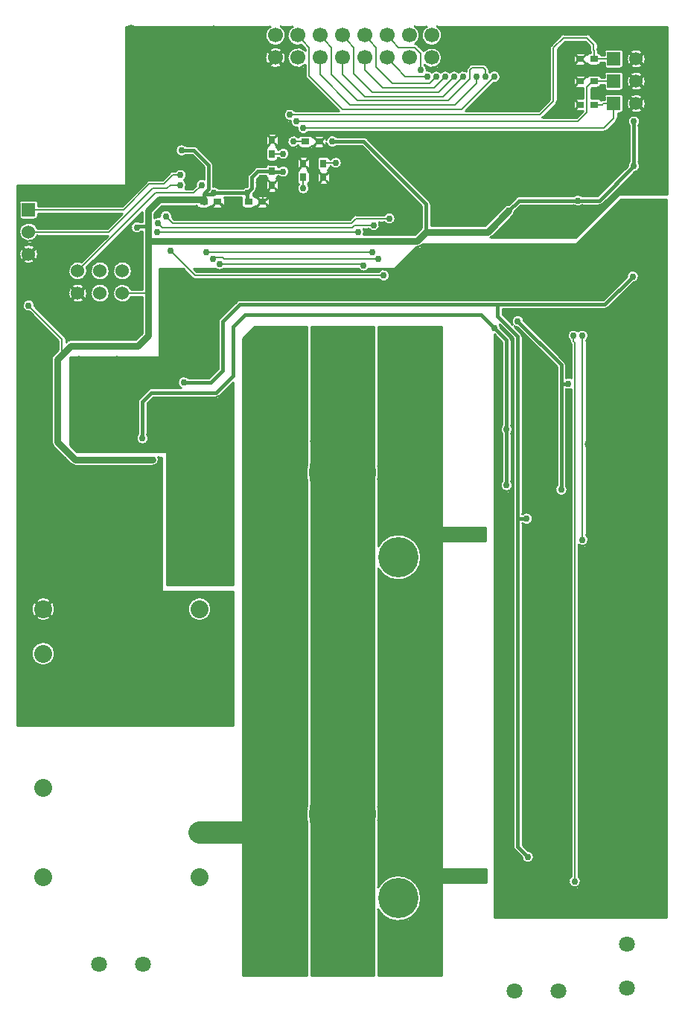
<source format=gbl>
*
*
G04 PADS 9.3.1 Build Number: 456998 generated Gerber (RS-274-X) file*
G04 PC Version=2.1*
*
%IN "remoteMonitor.pcb"*%
*
%MOIN*%
*
%FSLAX35Y35*%
*
*
*
*
G04 PC Standard Apertures*
*
*
G04 Thermal Relief Aperture macro.*
%AMTER*
1,1,$1,0,0*
1,0,$1-$2,0,0*
21,0,$3,$4,0,0,45*
21,0,$3,$4,0,0,135*
%
*
*
G04 Annular Aperture macro.*
%AMANN*
1,1,$1,0,0*
1,0,$2,0,0*
%
*
*
G04 Odd Aperture macro.*
%AMODD*
1,1,$1,0,0*
1,0,$1-0.005,0,0*
%
*
*
G04 PC Custom Aperture Macros*
*
*
*
*
*
*
G04 PC Aperture Table*
*
%ADD010C,0.001*%
%ADD011C,0.04*%
%ADD018R,0.038X0.03*%
%ADD019C,0.01*%
%ADD023C,0.015*%
%ADD024C,0.07087*%
%ADD038R,0.03X0.038*%
%ADD056C,0.06*%
%ADD060R,0.06X0.06*%
%ADD077C,0.18*%
%ADD079C,0.06693*%
%ADD080C,0.03*%
%ADD082C,0.008*%
%ADD087C,0.1*%
%ADD118O,0.14X0.34*%
%ADD119C,0.3*%
%ADD120C,0.08*%
*
*
*
*
G04 PC Circuitry*
G04 Layer Name remoteMonitor.pcb - circuitry*
%LPD*%
*
*
G04 PC Custom Flashes*
G04 Layer Name remoteMonitor.pcb - flashes*
%LPD*%
*
*
G04 PC Circuitry*
G04 Layer Name remoteMonitor.pcb - circuitry*
%LPD*%
*
G54D10*
G54D11*
G01X207100Y131600D03*
Y121600D03*
X227100Y131600D03*
Y121600D03*
X217100Y131600D03*
Y121600D03*
X249000Y121500D03*
X239000D03*
X238900Y129100D03*
X270000Y121500D03*
X269500Y131500D03*
X259000Y121500D03*
X258900Y129100D03*
X290000Y121500D03*
X280000D03*
X279600Y131500D03*
X290000D03*
X207100Y151600D03*
Y141600D03*
X213500Y151500D03*
X227100Y141600D03*
X217100D03*
X248500Y151000D03*
X238900Y149100D03*
Y159100D03*
X248900D03*
X270000Y142000D03*
X258900Y159100D03*
Y149100D03*
X290000Y142000D03*
X280000D03*
X321000Y151000D03*
X348500Y150500D03*
X368500Y151000D03*
X383500D03*
X207100Y171600D03*
Y161600D03*
X213500Y161500D03*
X227100Y171600D03*
X217100D03*
X238900Y169100D03*
X248900D03*
X270000Y175000D03*
Y166500D03*
X258900Y169100D03*
X280000Y175000D03*
Y166500D03*
X290100Y175000D03*
X300500Y164500D03*
X306500D03*
X294500D03*
X321000Y179500D03*
Y164500D03*
X333500Y179500D03*
X348500D03*
X368500Y164500D03*
X368100Y179537D03*
X383500Y164500D03*
X383100Y179537D03*
X207100Y191600D03*
Y181600D03*
X227100Y191600D03*
Y181600D03*
X217100Y191600D03*
Y181600D03*
X270000Y195000D03*
Y185000D03*
X280000Y195000D03*
Y185000D03*
X290100D03*
Y195000D03*
X321000Y193000D03*
X333500D03*
X348500D03*
X368100Y193037D03*
X383100D03*
X207100Y211600D03*
Y201600D03*
X227000Y219500D03*
X227100Y211600D03*
Y201600D03*
X217100Y211600D03*
Y201600D03*
X249000Y211500D03*
X238900Y209100D03*
Y219100D03*
X248900D03*
X270000Y215000D03*
Y205000D03*
X259000Y209500D03*
X258900Y219100D03*
X290000Y215000D03*
Y205000D03*
X280000D03*
X280100Y215000D03*
X321000Y208000D03*
X333500D03*
X348500D03*
X368100Y208037D03*
X383100D03*
X106100Y233600D03*
X121100D03*
X207100Y231600D03*
Y221600D03*
X196100Y233600D03*
X215000Y232000D03*
X217100Y221600D03*
X248900Y239100D03*
X238900Y229100D03*
Y239100D03*
X248900Y229100D03*
X258900D03*
Y239100D03*
X290100Y235000D03*
Y225000D03*
X321000Y238000D03*
Y223000D03*
X348500D03*
Y238000D03*
X333500Y223000D03*
Y238000D03*
X368100Y238037D03*
Y223037D03*
X383100Y238037D03*
Y223037D03*
X106100Y248600D03*
X121100D03*
X207100Y251600D03*
Y241600D03*
X196100Y248600D03*
X215000Y242000D03*
Y252000D03*
X248900Y259100D03*
X238900Y249100D03*
Y259100D03*
X248900Y249100D03*
X258900D03*
Y259100D03*
X290100Y255000D03*
Y245000D03*
X321000Y253000D03*
X348500D03*
X333500D03*
X368100Y253037D03*
X383100D03*
X106100Y278600D03*
Y263600D03*
X121100Y278600D03*
X136100D03*
X166100D03*
X151100D03*
X181100D03*
X207100Y271600D03*
Y261600D03*
X196100Y278600D03*
Y263600D03*
X227100Y271600D03*
Y261600D03*
X217100Y271600D03*
Y261600D03*
X238900Y269100D03*
Y279100D03*
X248900Y269100D03*
Y279100D03*
X270000Y275000D03*
Y265000D03*
X258900Y269100D03*
Y279100D03*
X290100Y275000D03*
X280100Y265000D03*
Y275000D03*
X290100Y265000D03*
X321000Y268000D03*
X348500D03*
X333500D03*
X368100Y268037D03*
X383100D03*
X106100Y293600D03*
X121100D03*
X136100D03*
X166100D03*
X151100D03*
X188100Y298037D03*
X207100Y291600D03*
Y281600D03*
X227100Y291600D03*
Y281600D03*
X217100Y291600D03*
Y281600D03*
X238500Y287500D03*
X238900Y299100D03*
X270000Y295000D03*
Y285000D03*
X261500Y287000D03*
X259000Y299500D03*
X290100Y295000D03*
X280100Y285000D03*
Y295000D03*
X290100Y285000D03*
X321000Y283000D03*
Y298000D03*
X348500Y283000D03*
X348400Y297963D03*
X333500Y283000D03*
X333400Y297963D03*
X368000Y298000D03*
X368100Y283037D03*
X383000Y298000D03*
X383100Y283037D03*
X106100Y308600D03*
X121100D03*
X136100D03*
X207100Y311600D03*
Y301600D03*
X213500Y301500D03*
Y311500D03*
X248900Y319100D03*
X238900Y309100D03*
Y319100D03*
X248900Y309100D03*
X258900Y319100D03*
Y309100D03*
X306000Y317500D03*
X294500D03*
X300500D03*
X321000Y313000D03*
X368000D03*
X383100Y313037D03*
X106100Y323600D03*
X121100Y338600D03*
Y323600D03*
X151100Y338600D03*
Y323600D03*
X207100Y331600D03*
Y321600D03*
X227100Y331600D03*
Y321600D03*
X217100Y331600D03*
Y321600D03*
X238900Y329100D03*
X270000Y325000D03*
Y335000D03*
X259000Y328500D03*
X280000Y325000D03*
Y335000D03*
X290100D03*
Y325000D03*
X321000Y328000D03*
X383100Y328037D03*
X370600D03*
X113744Y355543D03*
X131000Y361000D03*
X136000Y344500D03*
X188100Y358037D03*
X173100D03*
Y343037D03*
X207100Y351600D03*
Y341600D03*
X227100Y351600D03*
Y341600D03*
X217100Y351600D03*
Y341600D03*
X237400Y359100D03*
X270000Y361000D03*
Y353000D03*
Y344500D03*
X261500Y359500D03*
X280000Y361000D03*
X290100D03*
X280000Y344500D03*
X290100D03*
X280000Y353000D03*
X290100D03*
X333500Y357500D03*
X342500D03*
X338100Y343037D03*
X360500Y358000D03*
X383100Y358037D03*
Y343037D03*
X370600Y358037D03*
Y343037D03*
X113744Y370543D03*
X148500Y375000D03*
X136000D03*
X188100Y373037D03*
X176500Y368500D03*
X207100Y371600D03*
Y361600D03*
X227100Y371600D03*
Y361600D03*
X217100Y371600D03*
Y361600D03*
X239000Y370000D03*
X249000D03*
X239000Y378500D03*
X249000D03*
X270000Y371000D03*
X259000Y378500D03*
Y370000D03*
X280000Y371000D03*
X290100Y375000D03*
X383100Y373037D03*
X113744Y400543D03*
Y385543D03*
X149000Y395500D03*
X132000D03*
X188500Y390500D03*
X179000Y396500D03*
X207100Y391600D03*
Y381600D03*
X215000Y381500D03*
Y391500D03*
X249000Y388500D03*
X239000Y398500D03*
Y388500D03*
X249000Y398500D03*
X259000D03*
Y388500D03*
X290000Y396500D03*
X290100Y385000D03*
X342000Y391500D03*
X332500Y401000D03*
Y391500D03*
X362500Y388000D03*
X362000Y398500D03*
X383100Y388037D03*
X128744Y415543D03*
X113500Y410500D03*
X143744Y415543D03*
X188100Y418037D03*
Y403037D03*
X173100Y418037D03*
X172500Y405000D03*
X207100Y401600D03*
X215000Y409000D03*
Y401500D03*
X249000Y408500D03*
X239000D03*
X259000D03*
X290100Y405000D03*
X342500Y406500D03*
X390000Y419000D03*
X383100Y403037D03*
X188100Y429537D03*
X172500Y432500D03*
X203000Y424500D03*
X203100Y429537D03*
X218000Y424500D03*
X218100Y429537D03*
X233500Y424500D03*
X248000D03*
X233100Y429537D03*
X248100D03*
X263500Y424500D03*
X278000Y430500D03*
Y424500D03*
X291100Y433037D03*
X291000Y424500D03*
X333500Y429500D03*
X347500D03*
X361500D03*
X390000Y433000D03*
X128744Y445543D03*
X115000Y445500D03*
X303000Y442500D03*
X293000D03*
X302000Y458000D03*
X313000Y458500D03*
X333500Y444500D03*
X347500D03*
X348500Y455000D03*
X333500D03*
X361500Y444500D03*
X390000Y447000D03*
X107575Y471539D03*
X119575D03*
X113575D03*
X125575D03*
X149575D03*
X143575D03*
X131575D03*
X137575D03*
X167000Y477500D03*
X155575Y477539D03*
X155500Y471500D03*
X184000Y461500D03*
X177500D03*
X248744Y475543D03*
X313000Y471000D03*
X354500Y474000D03*
X363500D03*
X390000Y464000D03*
X376000D03*
X382000Y473000D03*
X167000Y484500D03*
X155575Y483539D03*
Y489539D03*
Y495539D03*
X178500Y495500D03*
X203500Y497500D03*
X213500Y483500D03*
Y497000D03*
X267500Y495000D03*
X346000Y495500D03*
X363000D03*
X354000Y484500D03*
X155575Y501539D03*
X162575Y506539D03*
X168575D03*
X167575Y520539D03*
X161575D03*
X155575D03*
X179575D03*
X173575D03*
X185575D03*
X182500Y506500D03*
X207000Y513500D03*
X204000Y518500D03*
X207000Y506500D03*
X198000Y518500D03*
X191575Y520539D03*
X220500Y505000D03*
X225000Y520000D03*
X218000Y513000D03*
X228500Y512000D03*
X215000Y520000D03*
X324000Y509500D03*
X323744Y520543D03*
X336000Y509000D03*
X348500Y515500D03*
X338744Y520543D03*
X164000Y530000D03*
X155500Y526500D03*
Y538500D03*
Y532500D03*
X196000Y529500D03*
X309500Y536000D03*
X325000D03*
X348500Y525000D03*
X350244Y535543D03*
X341500Y536000D03*
X164000Y541500D03*
X155500Y544000D03*
X192500Y543500D03*
G54D18*
X233400Y493500D03*
X239600D03*
X207900Y466500D03*
X214100D03*
X187900D03*
X194100D03*
X362600Y510000D03*
X356400D03*
X362600Y520500D03*
X356400D03*
X362600Y530500D03*
X356400D03*
G54D19*
X385800Y510500D02*
G75*
G03X385800I-4300J0D01*
G01Y520500D02*
G03X385800I-4300J0D01*
G01Y530500D02*
G03X385800I-4300J0D01*
G01X224646Y531043D02*
G03X224646I-4646J0D01*
G01X191300Y284000D02*
G03X191300I-5300J0D01*
G01X121300Y264000D02*
G03X121300I-5300J0D01*
G01Y284000D02*
G03X121300I-5300J0D01*
G01X113800Y443000D02*
G03X113800I-4300J0D01*
G01X155800Y435500D02*
G03X155800I-4300J0D01*
G01X145800Y425500D02*
G03X145800I-4300J0D01*
G01Y435500D02*
G03X145800I-4300J0D01*
G01X135800Y425500D02*
G03X135800I-4300J0D01*
G01X395500Y470000D02*
Y545000D01*
X292436*
X287564D02*
G03X292436I2436J-3957D01*
G01X287564D02*
X282436D01*
X282606Y537197D02*
G03X282436Y545000I-2606J3846D01*
G01X283702Y536702D02*
G03X282606Y537197I-1202J-1202D01*
G01X283702Y536702D02*
X286202Y534202D01*
X286394Y533973D02*
G03X286202Y534202I-1394J-973D01*
G01X286700Y527772D02*
G03X286394Y533973I3300J3271D01*
G01X286700Y527772D02*
Y527725D01*
X287792Y525292D02*
G03X286700Y527725I-2792J208D01*
G01X290000Y524460D02*
G03X287792Y525292I-2000J-1960D01*
G01X294000Y524460D02*
G03X290000I-2000J-1960D01*
G01X298000D02*
G03X294000I-2000J-1960D01*
G01X302000D02*
G03X298000I-2000J-1960D01*
G01X305300Y524980D02*
G03X302000Y524460I-1300J-2480D01*
G01X305300Y524980D02*
Y525500D01*
X305798Y526702D02*
G03X305300Y525500I1202J-1202D01*
G01X305798Y526702D02*
X306798Y527702D01*
X308000Y528200D02*
G03X306798Y527702I0J-1700D01*
G01X308000Y528200D02*
X313000D01*
X314202Y527702D02*
G03X313000Y528200I-1202J-1202D01*
G01X314202Y527702D02*
X315202Y526702D01*
X315700Y525500D02*
G03X315202Y526702I-1700J0D01*
G01X315700Y525500D02*
Y524725D01*
X316000Y524460D02*
G03X315700Y524725I-2000J-1960D01*
G01X317629Y519725D02*
G03X316000Y524460I371J2775D01*
G01X317629Y519725D02*
X305104Y507200D01*
X337796*
X342800Y512204*
Y535500*
X343298Y536702D02*
G03X342800Y535500I1202J-1202D01*
G01X343298Y536702D02*
X347798Y541202D01*
X349000Y541700D02*
G03X347798Y541202I0J-1700D01*
G01X349000Y541700D02*
X359492D01*
X360708Y541196D02*
G03X359492Y541700I-1208J-1196D01*
G01X360708Y541196D02*
X363702Y538202D01*
X364200Y537000D02*
G03X363702Y538202I-1700J0D01*
G01X364200Y537000D02*
Y534974D01*
X364300Y534400D02*
G03X364200Y534974I-1700J0D01*
G01X364300Y534400D02*
Y533300D01*
X364500*
X365785Y532200D02*
G03X364500Y533300I-1285J-200D01*
G01X365785Y532200D02*
X367200D01*
Y533500*
X368500Y534800D02*
G03X367200Y533500I0J-1300D01*
G01X368500Y534800D02*
X374500D01*
X375800Y533500D02*
G03X374500Y534800I-1300J0D01*
G01X375800Y533500D02*
Y527500D01*
X374500Y526200D02*
G03X375800Y527500I0J1300D01*
G01X374500Y526200D02*
X368500D01*
X367200Y527500D02*
G03X368500Y526200I1300J0D01*
G01X367200Y527500D02*
Y528800D01*
X365785*
X364500Y527700D02*
G03X365785Y528800I0J1300D01*
G01X364500Y527700D02*
X360700D01*
X359500Y528500D02*
G03X360700Y527700I1200J500D01*
G01X358300D02*
G03X359500Y528500I0J1300D01*
G01X358300Y527700D02*
X354500D01*
X353200Y529000D02*
G03X354500Y527700I1300J0D01*
G01X353200Y529000D02*
Y532000D01*
X354500Y533300D02*
G03X353200Y532000I0J-1300D01*
G01X354500Y533300D02*
X358300D01*
X359500Y532500D02*
G03X358300Y533300I-1200J-500D01*
G01X360700D02*
G03X359500Y532500I0J-1300D01*
G01X360700Y533300D02*
X360900D01*
Y533926*
X360800Y534500D02*
G03X360900Y533926I1700J0D01*
G01X360800Y534500D02*
Y536296D01*
X358796Y538300*
X349704*
X346200Y534796*
Y511500*
X345702Y510298D02*
G03X346200Y511500I-1202J1202D01*
G01X345702Y510298D02*
X339702Y504298D01*
X339596Y504200D02*
G03X339702Y504298I-1096J1300D01*
G01X339596Y504200D02*
X354796D01*
X357796Y507200*
X354500*
X353200Y508500D02*
G03X354500Y507200I1300J0D01*
G01X353200Y508500D02*
Y511500D01*
X354500Y512800D02*
G03X353200Y511500I0J-1300D01*
G01X354500Y512800D02*
X357800D01*
Y517700*
X354500*
X353200Y519000D02*
G03X354500Y517700I1300J0D01*
G01X353200Y519000D02*
Y522000D01*
X354500Y523300D02*
G03X353200Y522000I0J-1300D01*
G01X354500Y523300D02*
X358300D01*
X359500Y522500D02*
G03X358300Y523300I-1200J-500D01*
G01X360700D02*
G03X359500Y522500I0J-1300D01*
G01X360700Y523300D02*
X364500D01*
X365785Y522200D02*
G03X364500Y523300I-1285J-200D01*
G01X365785Y522200D02*
X367200D01*
Y523500*
X368500Y524800D02*
G03X367200Y523500I0J-1300D01*
G01X368500Y524800D02*
X374500D01*
X375800Y523500D02*
G03X374500Y524800I-1300J0D01*
G01X375800Y523500D02*
Y517500D01*
X374500Y516200D02*
G03X375800Y517500I0J1300D01*
G01X374500Y516200D02*
X368500D01*
X367200Y517500D02*
G03X368500Y516200I1300J0D01*
G01X367200Y517500D02*
Y518800D01*
X365785*
X364500Y517700D02*
G03X365785Y518800I0J1300D01*
G01X364500Y517700D02*
X361604D01*
X361200Y517296*
Y512800*
X364500*
X365746Y511872D02*
G03X364500Y512800I-1246J-372D01*
G01X366750Y512200D02*
G03X365746Y511872I0J-1700D01*
G01X366750Y512200D02*
X367200D01*
Y513500*
X368500Y514800D02*
G03X367200Y513500I0J-1300D01*
G01X368500Y514800D02*
X374500D01*
X375800Y513500D02*
G03X374500Y514800I-1300J0D01*
G01X375800Y513500D02*
Y507500D01*
X374500Y506200D02*
G03X375800Y507500I0J1300D01*
G01X374500Y506200D02*
X373200D01*
Y504000*
X372702Y502798D02*
G03X373200Y504000I-1202J1202D01*
G01X372702Y502798D02*
X368202Y498298D01*
X367000Y497800D02*
G03X368202Y498298I0J1700D01*
G01X367000Y497800D02*
X234725D01*
X229708Y499708D02*
G03X234725Y497800I2792J-208D01*
G01X226708Y502708D02*
G03X229708Y499708I2792J-208D01*
G01X228725Y507200D02*
G03X226708Y502708I-2225J-1700D01*
G01X228725Y507200D02*
X248396D01*
X233798Y521798*
X233300Y523000D02*
G03X233798Y521798I1700J0D01*
G01X233300Y523000D02*
Y527772D01*
Y534314D02*
G03Y527772I-3300J-3271D01*
G01Y534314D02*
Y534886D01*
X231651Y536700*
X227564Y545000D02*
G03X231651Y536700I2436J-3957D01*
G01X227564Y545000D02*
X222436D01*
X217564D02*
G03X222436I2436J-3957D01*
G01X217564D02*
X153000D01*
Y474000*
X104500*
Y232000*
X201000*
Y292000*
X169000*
Y352000*
X167615*
X165000Y348200D02*
G03X167615Y352000I0J2800D01*
G01X165000Y348200D02*
X130500D01*
X128520Y349020D02*
G03X130500Y348200I1980J1980D01*
G01X128520Y349020D02*
X125540Y352000D01*
X125500*
Y352040*
X120520Y357020*
X119700Y359000D02*
G03X120520Y357020I2800J0D01*
G01X119700Y359000D02*
Y396000D01*
X120520Y397980D02*
G03X119700Y396000I1980J-1980D01*
G01X120520Y397980D02*
X122520Y399980D01*
X122800Y400260*
Y404296*
X109871Y417225*
X112275Y419629D02*
G03X109871Y417225I-2775J371D01*
G01X112275Y419629D02*
X125702Y406202D01*
X126200Y405000D02*
G03X125702Y406202I-1700J0D01*
G01X126200Y405000D02*
Y403660D01*
X126520Y403980*
X128500Y404800D02*
G03X126520Y403980I0J-2800D01*
G01X128500Y404800D02*
X157340D01*
X160200Y407660*
Y423800*
X155450*
Y427200D02*
G03Y423800I-3950J-1700D01*
G01Y427200D02*
X160200D01*
Y449000*
Y453268*
X159157Y457550D02*
G03X160200Y453268I-1157J-2550D01*
G01X159157Y457550D02*
X160200D01*
Y461796*
X135495Y437091*
X133091Y439495D02*
G03X135495Y437091I-1591J-3995D01*
G01X133091Y439495D02*
X144896Y451300D01*
X113450*
Y454700D02*
G03Y451300I-3950J-1700D01*
G01Y454700D02*
X144796D01*
X151396Y461300*
X113800*
Y460000*
X112500Y458700D02*
G03X113800Y460000I0J1300D01*
G01X112500Y458700D02*
X106500D01*
X105200Y460000D02*
G03X106500Y458700I1300J0D01*
G01X105200Y460000D02*
Y466000D01*
X106500Y467300D02*
G03X105200Y466000I0J-1300D01*
G01X106500Y467300D02*
X112500D01*
X113800Y466000D02*
G03X112500Y467300I-1300J0D01*
G01X113800Y466000D02*
Y464700D01*
X151296*
X162298Y475702*
X163500Y476200D02*
G03X162298Y475702I0J-1700D01*
G01X163500Y476200D02*
X169296D01*
X172798Y479702*
X174000Y480200D02*
G03X172798Y479702I0J-1700D01*
G01X174000Y480200D02*
X175275D01*
X179167Y476250D02*
G03X175275Y480200I-1667J2250D01*
G01X179645Y472200D02*
G03X179167Y476250I-2145J1800D01*
G01X179645Y472200D02*
X182796D01*
X184225Y473629*
X188000Y476615D02*
G03X184225Y473629I-1000J-2615D01*
G01X188000Y476615D02*
Y482101D01*
X182651Y487450*
X179907*
Y491550D02*
G03Y487450I-1907J-2050D01*
G01Y491550D02*
X183500D01*
X184950Y490950D02*
G03X183500Y491550I-1450J-1450D01*
G01X184950Y490950D02*
X191500Y484400D01*
X192100Y482950D02*
G03X191500Y484400I-2050J0D01*
G01X192100Y482950D02*
Y473271D01*
X194407Y472550D02*
G03X192100Y473271I-1907J-2050D01*
G01X194407Y472550D02*
X205593D01*
X207399Y473298D02*
G03X205593Y472550I101J-2798D01*
G01X207399Y473298D02*
X207465Y473364D01*
Y475009*
X207450Y477488*
X208050Y478950D02*
G03X207450Y477488I1450J-1450D01*
G01X208050Y478950D02*
X210650Y481550D01*
X212100Y482150D02*
G03X210650Y481550I0J-2050D01*
G01X212100Y482150D02*
X215709D01*
X217000Y483300D02*
G03X215709Y482150I0J-1300D01*
G01X217000Y483300D02*
X220000D01*
X221299Y482050D02*
G03X220000Y483300I-1299J-50D01*
G01X221299Y482050D02*
X221593D01*
Y477950D02*
G03Y482050I1907J2050D01*
G01Y477950D02*
X221276D01*
X220500Y477000D02*
G03X221276Y477950I-500J1200D01*
G01X221300Y475800D02*
G03X220500Y477000I-1300J0D01*
G01X221300Y475800D02*
Y472000D01*
X220000Y470700D02*
G03X221300Y472000I0J1300D01*
G01X220000Y470700D02*
X217000D01*
X215700Y472000D02*
G03X217000Y470700I1300J0D01*
G01X215700Y472000D02*
Y475800D01*
X216500Y477000D02*
G03X215700Y475800I500J-1200D01*
G01X215709Y478050D02*
G03X216500Y477000I1291J150D01*
G01X215709Y478050D02*
X212949D01*
X211555Y476656*
X211565Y475028*
Y475015D02*
G03Y475028I-2050J0D01*
G01Y475015D02*
Y472515D01*
X210965Y471066D02*
G03X211565Y472515I-1450J1449D01*
G01X210965Y471066D02*
X210298Y470399D01*
X210021Y469281D02*
G03X210298Y470399I-2521J1219D01*
G01X211000Y468500D02*
G03X210021Y469281I-1200J-500D01*
G01X212200Y469300D02*
G03X211000Y468500I0J-1300D01*
G01X212200Y469300D02*
X216000D01*
X217300Y468000D02*
G03X216000Y469300I-1300J0D01*
G01X217300Y468000D02*
Y465000D01*
X216000Y463700D02*
G03X217300Y465000I0J1300D01*
G01X216000Y463700D02*
X212200D01*
X211000Y464500D02*
G03X212200Y463700I1200J500D01*
G01X209800D02*
G03X211000Y464500I0J1300D01*
G01X209800Y463700D02*
X206000D01*
X204700Y465000D02*
G03X206000Y463700I1300J0D01*
G01X204700Y465000D02*
Y468000D01*
X204780Y468450D02*
G03X204700Y468000I1220J-450D01*
G01X204780Y468450D02*
X197220D01*
X197300Y468000D02*
G03X197220Y468450I-1300J0D01*
G01X197300Y468000D02*
Y465000D01*
X196000Y463700D02*
G03X197300Y465000I0J1300D01*
G01X196000Y463700D02*
X192200D01*
X191000Y464500D02*
G03X192200Y463700I1200J500D01*
G01X189800D02*
G03X191000Y464500I0J1300D01*
G01X189800Y463700D02*
X186000D01*
X184735Y464700D02*
G03X186000Y463700I1265J300D01*
G01X184735Y464700D02*
X169160D01*
X165800Y461340*
Y459225*
X168215Y459707D02*
G03X165800Y459225I-715J-2707D01*
G01X173775Y459629D02*
G03X168215Y459707I-2775J371D01*
G01X173775Y459629D02*
X174704Y458700D01*
X253296*
X254798Y460202*
X256000Y460700D02*
G03X254798Y460202I0J-1700D01*
G01X256000Y460700D02*
X268775D01*
Y457300D02*
G03Y460700I2225J1700D01*
G01Y457300D02*
X266480D01*
X261775Y454300D02*
G03X266480Y457300I2225J1700D01*
G01X261775Y454300D02*
X259480D01*
X259530Y451800D02*
G03X259480Y454300I-2530J1200D01*
G01X259530Y451800D02*
X282340D01*
X285450Y454910*
Y464651*
X258651Y491450*
X247407*
X242800Y492758D02*
G03X247407Y491450I2700J742D01*
G01X242800Y492758D02*
Y492000D01*
X241500Y490700D02*
G03X242800Y492000I0J1300D01*
G01X241500Y490700D02*
X237700D01*
X236500Y491500D02*
G03X237700Y490700I1200J500D01*
G01X235300D02*
G03X236500Y491500I0J1300D01*
G01X235300Y490700D02*
X231500D01*
X230217Y491790D02*
G03X231500Y490700I1283J210D01*
G01X230217Y495210D02*
G03Y491790I-2217J-1710D01*
G01X231500Y496300D02*
G03X230217Y495210I0J-1300D01*
G01X231500Y496300D02*
X235300D01*
X236500Y495500D02*
G03X235300Y496300I-1200J-500D01*
G01X237700D02*
G03X236500Y495500I0J-1300D01*
G01X237700Y496300D02*
X241500D01*
X242800Y495000D02*
G03X241500Y496300I-1300J0D01*
G01X242800Y495000D02*
Y494242D01*
X247407Y495550D02*
G03X242800Y494242I-1907J-2050D01*
G01X247407Y495550D02*
X259500D01*
X260950Y494950D02*
G03X259500Y495550I-1450J-1450D01*
G01X260950Y494950D02*
X288950Y466950D01*
X289550Y465500D02*
G03X288950Y466950I-2050J0D01*
G01X289550Y465500D02*
Y455800D01*
X313840*
X322520Y464480*
X324399Y465298D02*
G03X322520Y464480I101J-2798D01*
G01X324399Y465298D02*
X327550Y468450D01*
X329000Y469050D02*
G03X327550Y468450I0J-2050D01*
G01X329000Y469050D02*
X353593D01*
X357407D02*
G03X353593I-1907J-2050D01*
G01X357407D02*
X364151D01*
X377702Y482601*
X378450Y484407D02*
G03X377702Y482601I2050J-1907D01*
G01X378450Y484407D02*
Y500593D01*
X382550D02*
G03X378450I-2050J1907D01*
G01X382550D02*
Y484407D01*
X380601Y479702D02*
G03X382550Y484407I-101J2798D01*
G01X380601Y479702D02*
X366450Y465550D01*
X365000Y464950D02*
G03X366450Y465550I0J2050D01*
G01X365000Y464950D02*
X357407D01*
X353593D02*
G03X357407I1907J2050D01*
G01X353593D02*
X329849D01*
X327298Y462399*
X326480Y460520D02*
G03X327298Y462399I-1980J1980D01*
G01X326480Y460520D02*
X316980Y451020D01*
X316261Y450500D02*
G03X316980Y451020I-1261J2500D01*
G01X316261Y450500D02*
X354293D01*
X373793Y470000*
X395500*
X234000Y348263D02*
Y410500D01*
X210707*
X205500Y405293*
Y120000*
X234000*
Y189237*
Y195463D02*
G03Y189237I16000J-3113D01*
G01Y195463D02*
Y342037D01*
Y348263D02*
G03Y342037I16000J-3113D01*
G01X264000Y120000D02*
Y410500D01*
X236000*
Y120000*
X264000*
X294500D02*
Y410500D01*
X266000*
Y348263*
Y342037D02*
G03Y348263I-16000J3113D01*
G01Y342037D02*
Y312209D01*
Y302191D02*
G03Y312209I9000J5009D01*
G01Y302191D02*
Y195463D01*
Y189237D02*
G03Y195463I-16000J3113D01*
G01Y189237D02*
Y159409D01*
Y149391D02*
G03Y159409I9000J5009D01*
G01Y149391D02*
Y120000D01*
X294500*
X314000Y314500D02*
Y320500D01*
X292000*
Y314500*
X314000*
X314500Y161500D02*
Y167500D01*
X292500*
Y161500*
X314500*
X395000Y146000D02*
Y467500D01*
X374707*
X354707Y447500*
X285960*
X285480Y447020*
X283500Y446200D02*
G03X285480Y447020I0J2800D01*
G01X283500Y446200D02*
X282907D01*
X273207Y436500*
X261864*
X259515Y435200D02*
G03X261864Y436500I-15J2800D01*
G01X259515Y435200D02*
X266275D01*
Y431800D02*
G03Y435200I2225J1700D01*
G01Y431800D02*
X184000D01*
X182798Y432298D02*
G03X184000Y431800I1202J1202D01*
G01X182798Y432298D02*
X178596Y436500D01*
X168000*
Y397000*
X128000*
Y357460*
X130960Y354500*
X171500*
Y295000*
X201000*
Y385601*
X194950Y379550*
X193500Y378950D02*
G03X194950Y379550I0J2050D01*
G01X193500Y378950D02*
X165349D01*
X162550Y376151*
Y362407*
X158450D02*
G03X162550I2050J-1907D01*
G01X158450D02*
Y377000D01*
X159050Y378450D02*
G03X158450Y377000I1450J-1450D01*
G01X159050Y378450D02*
X163050Y382450D01*
X164500Y383050D02*
G03X163050Y382450I0J-2050D01*
G01X164500Y383050D02*
X177644D01*
X180907Y387550D02*
G03X177644Y383050I-1907J-2050D01*
G01X180907Y387550D02*
X190151D01*
X194450Y391849*
Y413000*
X195050Y414450D02*
G03X194450Y413000I1450J-1450D01*
G01X195050Y414450D02*
X202550Y421950D01*
X204000Y422550D02*
G03X202550Y421950I0J-2050D01*
G01X204000Y422550D02*
X319500D01*
X366651*
X377202Y433101*
X380101Y430202D02*
G03X377202Y433101I-101J2798D01*
G01X380101Y430202D02*
X368950Y419050D01*
X367500Y418450D02*
G03X368950Y419050I0J2050D01*
G01X367500Y418450D02*
X321550D01*
Y416099*
X326113Y411536*
X331298Y413101D02*
G03X326113Y411536I-2798J-101D01*
G01X331298Y413101D02*
X349450Y394950D01*
X350050Y393500D02*
G03X349450Y394950I-2050J0D01*
G01X350050Y393500D02*
Y387634D01*
X352300Y387480D02*
G03X350050Y387634I-1300J-2480D01*
G01X352300Y387480D02*
Y402796D01*
X352298Y402798*
X351800Y404000D02*
G03X352298Y402798I1700J0D01*
G01X351800Y404000D02*
Y404275D01*
X355500Y408460D02*
G03X351800Y404275I-2000J-1960D01*
G01X359200D02*
G03X355500Y408460I-1700J2225D01*
G01X359200Y404275D02*
Y317225D01*
X355700Y312855D02*
G03X359200Y317225I1800J2145D01*
G01X355700Y312855D02*
Y164225D01*
X352300D02*
G03X355700I1700J-2225D01*
G01X352300D02*
Y382520D01*
X350050Y382366D02*
G03X352300Y382520I950J2634D01*
G01X350050Y382366D02*
Y339407D01*
X345950D02*
G03X350050I2050J-1907D01*
G01X345950D02*
Y385000D01*
Y392651*
X328399Y410202*
X327036Y410613D02*
G03X328399Y410202I1464J2387D01*
G01X327036Y410613D02*
X329950Y407700D01*
X330550Y406250D02*
G03X329950Y407700I-2050J0D01*
G01X330550Y406250D02*
Y326550D01*
X330593*
Y322450D02*
G03Y326550I1907J2050D01*
G01Y322450D02*
X330550D01*
Y178349*
X333101Y175798*
X330202Y172899D02*
G03X333101Y175798I2798J101D01*
G01X330202Y172899D02*
X327050Y176050D01*
X326450Y177500D02*
G03X327050Y176050I2050J0D01*
G01X326450Y177500D02*
Y324500D01*
Y405401*
X320387Y411464*
X320798Y410101D02*
G03X320387Y411464I-2798J-101D01*
G01X320798Y410101D02*
X324950Y405950D01*
X325550Y404500D02*
G03X324950Y405950I-2050J0D01*
G01X325550Y404500D02*
Y366407D01*
Y362593D02*
G03Y366407I-2050J1907D01*
G01Y362593D02*
Y341407D01*
X321450D02*
G03X325550I2050J-1907D01*
G01X321450D02*
Y362593D01*
Y366407D02*
G03Y362593I2050J-1907D01*
G01Y366407D02*
Y403651D01*
X318000Y407101*
Y146000*
X395000*
X184704Y435200D02*
X259485D01*
X257136Y436500D02*
G03X259485Y435200I2364J1500D01*
G01X257136Y436500D02*
X196960D01*
X193040D02*
G03X196960I1960J2000D01*
G01X193040D02*
X183404D01*
X184704Y435200*
X385800Y510500D02*
G03X385800I-4300J0D01*
G01Y520500D02*
G03X385800I-4300J0D01*
G01Y530500D02*
G03X385800I-4300J0D01*
G01X244775Y482300D02*
G03Y485700I2225J1700D01*
G01Y482300D02*
X244300D01*
Y481700*
X243500Y480500D02*
G03X244300Y481700I-500J1200D01*
G01Y479300D02*
G03X243500Y480500I-1300J0D01*
G01X244300Y479300D02*
Y475500D01*
X243000Y474200D02*
G03X244300Y475500I0J1300D01*
G01X243000Y474200D02*
X240000D01*
X238700Y475500D02*
G03X240000Y474200I1300J0D01*
G01X238700Y475500D02*
Y479300D01*
X239500Y480500D02*
G03X238700Y479300I500J-1200D01*
G01Y481700D02*
G03X239500Y480500I1300J0D01*
G01X238700Y481700D02*
Y485500D01*
X240000Y486800D02*
G03X238700Y485500I0J-1300D01*
G01X240000Y486800D02*
X243000D01*
X244285Y485700D02*
G03X243000Y486800I-1285J-200D01*
G01X244285Y485700D02*
X244775D01*
X235300Y485500D02*
Y481700D01*
X234500Y480500D02*
G03X235300Y481700I-500J1200D01*
G01Y479300D02*
G03X234500Y480500I-1300J0D01*
G01X235300Y479300D02*
Y475500D01*
X234603Y474348D02*
G03X235300Y475500I-603J1152D01*
G01X230397Y474348D02*
G03X234603I2103J-1848D01*
G01X229700Y475500D02*
G03X230397Y474348I1300J0D01*
G01X229700Y475500D02*
Y479300D01*
X230500Y480500D02*
G03X229700Y479300I500J-1200D01*
G01Y481700D02*
G03X230500Y480500I1300J0D01*
G01X229700Y481700D02*
Y485500D01*
X231000Y486800D02*
G03X229700Y485500I0J-1300D01*
G01X231000Y486800D02*
X234000D01*
X235300Y485500D02*
G03X234000Y486800I-1300J0D01*
G01X221300Y486268D02*
G03Y489732I2200J1732D01*
G01Y486268D02*
Y486000D01*
X220000Y484700D02*
G03X221300Y486000I0J1300D01*
G01X220000Y484700D02*
X217000D01*
X215700Y486000D02*
G03X217000Y484700I1300J0D01*
G01X215700Y486000D02*
Y489800D01*
X216500Y491000D02*
G03X215700Y489800I500J-1200D01*
G01Y492200D02*
G03X216500Y491000I1300J0D01*
G01X215700Y492200D02*
Y496000D01*
X217000Y497300D02*
G03X215700Y496000I0J-1300D01*
G01X217000Y497300D02*
X220000D01*
X221300Y496000D02*
G03X220000Y497300I-1300J0D01*
G01X221300Y496000D02*
Y492200D01*
X220500Y491000D02*
G03X221300Y492200I-500J1200D01*
G01Y489800D02*
G03X220500Y491000I-1300J0D01*
G01X221300Y489800D02*
Y489732D01*
X224646Y531043D02*
G03X224646I-4646J0D01*
G01X191300Y284000D02*
G03X191300I-5300J0D01*
G01X121300Y264000D02*
G03X121300I-5300J0D01*
G01Y284000D02*
G03X121300I-5300J0D01*
G01X113800Y443000D02*
G03X113800I-4300J0D01*
G01X155800Y435500D02*
G03X155800I-4300J0D01*
G01X145800Y425500D02*
G03X145800I-4300J0D01*
G01Y435500D02*
G03X145800I-4300J0D01*
G01X135800Y425500D02*
G03X135800I-4300J0D01*
G01X293315Y544299D02*
X395500D01*
X294005Y543399D02*
X395500D01*
X294413Y542499D02*
X395500D01*
X360078Y541599D02*
X395500D01*
X361206Y540699D02*
X395500D01*
X362106Y539799D02*
X395500D01*
X363006Y538899D02*
X395500D01*
X363876Y537999D02*
X395500D01*
X364197Y537099D02*
X395500D01*
X364200Y536199D02*
X395500D01*
X364200Y535299D02*
X395500D01*
X383314Y534399D02*
X395500D01*
X384582Y533499D02*
X395500D01*
X385253Y532599D02*
X395500D01*
X385630Y531699D02*
X395500D01*
X385790Y530799D02*
X395500D01*
X385758Y529899D02*
X395500D01*
X385529Y528999D02*
X395500D01*
X385067Y528099D02*
X395500D01*
X384255Y527199D02*
X395500D01*
X382416Y526299D02*
X395500D01*
X346200Y525399D02*
X395500D01*
X383081Y524499D02*
X395500D01*
X384481Y523599D02*
X395500D01*
X385195Y522699D02*
X395500D01*
X385599Y521799D02*
X395500D01*
X385781Y520899D02*
X395500D01*
X385771Y519999D02*
X395500D01*
X385565Y519099D02*
X395500D01*
X385132Y518199D02*
X395500D01*
X384371Y517299D02*
X395500D01*
X382792Y516399D02*
X395500D01*
X361200Y515499D02*
X395500D01*
X382800Y514599D02*
X395500D01*
X384374Y513699D02*
X395500D01*
X385134Y512799D02*
X395500D01*
X385566Y511899D02*
X395500D01*
X385771Y510999D02*
X395500D01*
X385781Y510099D02*
X395500D01*
X385598Y509199D02*
X395500D01*
X385194Y508299D02*
X395500D01*
X384479Y507399D02*
X395500D01*
X383075Y506499D02*
X395500D01*
X373200Y505599D02*
X395500D01*
X382234Y504699D02*
X395500D01*
X382981Y503799D02*
X395500D01*
X383271Y502899D02*
X395500D01*
X383255Y501999D02*
X395500D01*
X382924Y501099D02*
X395500D01*
X382550Y500199D02*
X395500D01*
X382550Y499299D02*
X395500D01*
X382550Y498399D02*
X395500D01*
X382550Y497499D02*
X395500D01*
X382550Y496599D02*
X395500D01*
X382550Y495699D02*
X395500D01*
X382550Y494799D02*
X395500D01*
X382550Y493899D02*
X395500D01*
X382550Y492999D02*
X395500D01*
X382550Y492099D02*
X395500D01*
X382550Y491199D02*
X395500D01*
X382550Y490299D02*
X395500D01*
X382550Y489399D02*
X395500D01*
X382550Y488499D02*
X395500D01*
X382550Y487599D02*
X395500D01*
X382550Y486699D02*
X395500D01*
X382550Y485799D02*
X395500D01*
X382550Y484899D02*
X395500D01*
X382865Y483999D02*
X395500D01*
X383235Y483099D02*
X395500D01*
X383284Y482199D02*
X395500D01*
X383029Y481299D02*
X395500D01*
X382351Y480399D02*
X395500D01*
X380398Y479499D02*
X395500D01*
X379498Y478599D02*
X395500D01*
X378598Y477699D02*
X395500D01*
X377698Y476799D02*
X395500D01*
X376798Y475899D02*
X395500D01*
X375898Y474999D02*
X395500D01*
X374998Y474099D02*
X395500D01*
X374098Y473199D02*
X395500D01*
X373198Y472299D02*
X395500D01*
X372298Y471399D02*
X395500D01*
X371398Y470499D02*
X395500D01*
X374997Y526299D02*
X380584D01*
X375191Y516399D02*
X380208D01*
X375195Y514599D02*
X380200D01*
X375329Y506499D02*
X379925D01*
X375332Y524499D02*
X379919D01*
X375439Y534399D02*
X379686D01*
X373200Y504699D02*
X378766D01*
X375765Y527199D02*
X378745D01*
X375784Y517299D02*
X378629D01*
X375785Y513699D02*
X378626D01*
X375796Y507399D02*
X378521D01*
X375796Y523599D02*
X378519D01*
X370103Y500199D02*
X378450D01*
X369203Y499299D02*
X378450D01*
X368303Y498399D02*
X378450D01*
X234458Y497499D02*
X378450D01*
X221154Y496599D02*
X378450D01*
X247234Y495699D02*
X378450D01*
X261100Y494799D02*
X378450D01*
X262000Y493899D02*
X378450D01*
X262900Y492999D02*
X378450D01*
X263800Y492099D02*
X378450D01*
X264700Y491199D02*
X378450D01*
X265600Y490299D02*
X378450D01*
X266500Y489399D02*
X378450D01*
X267400Y488499D02*
X378450D01*
X268300Y487599D02*
X378450D01*
X269200Y486699D02*
X378450D01*
X270100Y485799D02*
X378450D01*
X271000Y484899D02*
X378450D01*
X375800Y533499D02*
X378418D01*
X271900Y483999D02*
X378135D01*
X371003Y501099D02*
X378076D01*
X373188Y503799D02*
X378019D01*
X375800Y528099D02*
X377933D01*
X375800Y518199D02*
X377868D01*
X375800Y512799D02*
X377866D01*
X375800Y508299D02*
X377806D01*
X375800Y522699D02*
X377805D01*
X272800Y483099D02*
X377765D01*
X375800Y532599D02*
X377747D01*
X371903Y501999D02*
X377745D01*
X372795Y502899D02*
X377729D01*
X375800Y528999D02*
X377471D01*
X375800Y519099D02*
X377435D01*
X375800Y511899D02*
X377434D01*
X375800Y509199D02*
X377402D01*
X375800Y521799D02*
X377401D01*
X375800Y531699D02*
X377370D01*
X273700Y482199D02*
X377300D01*
X375800Y529899D02*
X377242D01*
X375800Y519999D02*
X377229D01*
X375800Y510999D02*
X377229D01*
X375800Y510099D02*
X377219D01*
X375800Y520899D02*
X377219D01*
X375800Y530799D02*
X377210D01*
X274600Y481299D02*
X376400D01*
X275500Y480399D02*
X375500D01*
X276400Y479499D02*
X374600D01*
X277300Y478599D02*
X373700D01*
X370498Y469599D02*
X373392D01*
X278200Y477699D02*
X372800D01*
X369598Y468699D02*
X372492D01*
X279100Y476799D02*
X371900D01*
X368698Y467799D02*
X371592D01*
X280000Y475899D02*
X371000D01*
X367798Y466899D02*
X370692D01*
X280900Y474999D02*
X370100D01*
X366898Y465999D02*
X369792D01*
X281800Y474099D02*
X369200D01*
X365767Y465099D02*
X368892D01*
X282700Y473199D02*
X368300D01*
X346200Y526299D02*
X368003D01*
X329098Y464199D02*
X367992D01*
X361200Y516399D02*
X367809D01*
X361200Y514599D02*
X367805D01*
X346200Y524499D02*
X367668D01*
X364300Y534399D02*
X367561D01*
X283600Y472299D02*
X367400D01*
X346200Y527199D02*
X367235D01*
X361203Y517299D02*
X367216D01*
X361200Y513699D02*
X367215D01*
X346200Y523599D02*
X367204D01*
X364300Y533499D02*
X367200D01*
X365654Y532599D02*
X367200D01*
X365437Y528099D02*
X367200D01*
X365596Y522699D02*
X367200D01*
X365524Y518199D02*
X367200D01*
X364559Y512799D02*
X367200D01*
X328198Y463299D02*
X367092D01*
X284500Y471399D02*
X366500D01*
X327298Y462399D02*
X366192D01*
X365737Y511899D02*
X365784D01*
X285400Y470499D02*
X365600D01*
X327115Y461499D02*
X365292D01*
X356543Y469599D02*
X364700D01*
X326556Y460599D02*
X364392D01*
X325659Y459699D02*
X363492D01*
X324759Y458799D02*
X362592D01*
X323859Y457899D02*
X361692D01*
X346200Y533499D02*
X360900D01*
X346200Y534399D02*
X360803D01*
X347603Y536199D02*
X360800D01*
X346703Y535299D02*
X360800D01*
X322959Y456999D02*
X360792D01*
X348503Y537099D02*
X359997D01*
X322059Y456099D02*
X359892D01*
X359237Y528099D02*
X359763D01*
X359396Y522699D02*
X359604D01*
X359454Y532599D02*
X359546D01*
X349403Y537999D02*
X359097D01*
X321159Y455199D02*
X358992D01*
X320259Y454299D02*
X358092D01*
X346200Y517299D02*
X357800D01*
X346200Y516399D02*
X357800D01*
X346200Y515499D02*
X357800D01*
X346200Y514599D02*
X357800D01*
X346200Y513699D02*
X357800D01*
X319359Y453399D02*
X357192D01*
X341903Y506499D02*
X357094D01*
X318459Y452499D02*
X356292D01*
X341003Y505599D02*
X356194D01*
X317559Y451599D02*
X355392D01*
X340103Y504699D02*
X355294D01*
X316595Y450699D02*
X354492D01*
X286300Y469599D02*
X354457D01*
X346200Y512799D02*
X354441D01*
X342803Y507399D02*
X353809D01*
X346200Y528099D02*
X353563D01*
X346200Y518199D02*
X353476D01*
X346200Y522699D02*
X353404D01*
X346200Y532599D02*
X353346D01*
X346200Y511899D02*
X353263D01*
X343703Y508299D02*
X353216D01*
X346200Y531699D02*
X353200D01*
X346200Y530799D02*
X353200D01*
X346200Y529899D02*
X353200D01*
X346200Y528999D02*
X353200D01*
X346200Y521799D02*
X353200D01*
X346200Y520899D02*
X353200D01*
X346200Y519999D02*
X353200D01*
X346200Y519099D02*
X353200D01*
X346124Y510999D02*
X353200D01*
X345503Y510099D02*
X353200D01*
X344603Y509199D02*
X353200D01*
X294613Y541599D02*
X348422D01*
X294634Y540699D02*
X347294D01*
X294477Y539799D02*
X346394D01*
X294122Y538899D02*
X345494D01*
X293510Y537999D02*
X344594D01*
X292456Y537099D02*
X343694D01*
X284206Y536199D02*
X342950D01*
X291866Y535299D02*
X342800D01*
X293214Y534399D02*
X342800D01*
X293945Y533499D02*
X342800D01*
X294378Y532599D02*
X342800D01*
X294600Y531699D02*
X342800D01*
X294640Y530799D02*
X342800D01*
X294503Y529899D02*
X342800D01*
X294172Y528999D02*
X342800D01*
X313578Y528099D02*
X342800D01*
X314706Y527199D02*
X342800D01*
X315501Y526299D02*
X342800D01*
X315700Y525399D02*
X342800D01*
X319961Y524499D02*
X342800D01*
X320575Y523599D02*
X342800D01*
X320793Y522699D02*
X342800D01*
X320711Y521799D02*
X342800D01*
X320297Y520899D02*
X342800D01*
X319258Y519999D02*
X342800D01*
X317003Y519099D02*
X342800D01*
X316103Y518199D02*
X342800D01*
X315203Y517299D02*
X342800D01*
X314303Y516399D02*
X342800D01*
X313403Y515499D02*
X342800D01*
X312503Y514599D02*
X342800D01*
X311603Y513699D02*
X342800D01*
X310703Y512799D02*
X342800D01*
X309803Y511899D02*
X342494D01*
X308903Y510999D02*
X341594D01*
X308003Y510099D02*
X340694D01*
X307103Y509199D02*
X339794D01*
X306203Y508299D02*
X338894D01*
X305303Y507399D02*
X337994D01*
X287200Y468699D02*
X327852D01*
X288100Y467799D02*
X326900D01*
X288999Y466899D02*
X326000D01*
X289488Y465999D02*
X325100D01*
X289550Y465099D02*
X323457D01*
X289550Y464199D02*
X322239D01*
X289550Y463299D02*
X321339D01*
X289550Y462399D02*
X320439D01*
X289550Y461499D02*
X319539D01*
X289550Y460599D02*
X318639D01*
X289550Y459699D02*
X317739D01*
X289550Y458799D02*
X316839D01*
X315961Y524499D02*
X316039D01*
X289550Y457899D02*
X315939D01*
X289550Y456999D02*
X315039D01*
X289550Y456099D02*
X314139D01*
X293594Y528099D02*
X307422D01*
X292609Y527199D02*
X306294D01*
X287684Y526299D02*
X305499D01*
X287798Y525399D02*
X305300D01*
X301961Y524499D02*
X302039D01*
X297961D02*
X298039D01*
X293961D02*
X294039D01*
X289961D02*
X290039D01*
X285106Y535299D02*
X288134D01*
X283078Y537099D02*
X287544D01*
X287226Y527199D02*
X287391D01*
X286006Y534399D02*
X286786D01*
X283315Y544299D02*
X286685D01*
X283510Y537999D02*
X286490D01*
X284005Y543399D02*
X285995D01*
X284122Y538899D02*
X285878D01*
X284413Y542499D02*
X285587D01*
X284477Y539799D02*
X285523D01*
X217024Y464199D02*
X285450D01*
X167759Y463299D02*
X285450D01*
X172444Y462399D02*
X285450D01*
X272264Y461499D02*
X285450D01*
X273299Y460599D02*
X285450D01*
X273711Y459699D02*
X285450D01*
X273793Y458799D02*
X285450D01*
X273574Y457899D02*
X285450D01*
X272958Y456999D02*
X285450D01*
X266798Y456099D02*
X285450D01*
X266683Y455199D02*
X285450D01*
X284613Y541599D02*
X285387D01*
X284634Y540699D02*
X285366D01*
X217300Y465099D02*
X285002D01*
X266224Y454299D02*
X284839D01*
X217300Y465999D02*
X284102D01*
X265036Y453399D02*
X283939D01*
X217300Y466899D02*
X283202D01*
X259755Y452499D02*
X283039D01*
X217300Y467799D02*
X282302D01*
X217096Y468699D02*
X281402D01*
X210151Y469599D02*
X280502D01*
X234458Y470499D02*
X279602D01*
X235074Y471399D02*
X278702D01*
X235293Y472299D02*
X277802D01*
X235211Y473199D02*
X276902D01*
X234799Y474099D02*
X276002D01*
X244199Y474999D02*
X275102D01*
X244300Y475899D02*
X274202D01*
X244300Y476799D02*
X273302D01*
X244300Y477699D02*
X272402D01*
X244300Y478599D02*
X271502D01*
X244285Y479499D02*
X270602D01*
X173365Y461499D02*
X269736D01*
X243695Y480399D02*
X269702D01*
X266616Y456999D02*
X269042D01*
X247737Y481299D02*
X268802D01*
X249144Y482199D02*
X267902D01*
X249651Y483099D02*
X267002D01*
X249800Y483999D02*
X266102D01*
X249652Y484899D02*
X265202D01*
X249146Y485799D02*
X264302D01*
X247746Y486699D02*
X263402D01*
X259771Y453399D02*
X262964D01*
X226271Y487599D02*
X262502D01*
X259481Y454299D02*
X261776D01*
X226255Y488499D02*
X261602D01*
X225926Y489399D02*
X260702D01*
X225099Y490299D02*
X259802D01*
X247095Y491199D02*
X258902D01*
X173735Y460599D02*
X255422D01*
X173784Y459699D02*
X254294D01*
X174606Y458799D02*
X253394D01*
X228558Y507399D02*
X248197D01*
X226586Y508299D02*
X247297D01*
X153000Y509199D02*
X246397D01*
X244237Y481299D02*
X246263D01*
X243503Y486699D02*
X246254D01*
X153000Y510099D02*
X245497D01*
X244300Y482199D02*
X244856D01*
X244265Y485799D02*
X244854D01*
X153000Y510999D02*
X244597D01*
X242524Y491199D02*
X243905D01*
X242596Y495699D02*
X243766D01*
X153000Y511899D02*
X243697D01*
X242800Y492099D02*
X243076D01*
X242800Y494799D02*
X243019D01*
X153000Y512799D02*
X242797D01*
X153000Y513699D02*
X241897D01*
X153000Y514599D02*
X240997D01*
X153000Y515499D02*
X240097D01*
X234503Y486699D02*
X239497D01*
X234695Y480399D02*
X239305D01*
X153000Y516399D02*
X239197D01*
X235199Y474999D02*
X238801D01*
X235237Y481299D02*
X238763D01*
X235265Y485799D02*
X238735D01*
X235285Y479499D02*
X238715D01*
X235300Y484899D02*
X238700D01*
X235300Y483999D02*
X238700D01*
X235300Y483099D02*
X238700D01*
X235300Y482199D02*
X238700D01*
X235300Y478599D02*
X238700D01*
X235300Y477699D02*
X238700D01*
X235300Y476799D02*
X238700D01*
X235300Y475899D02*
X238700D01*
X153000Y517299D02*
X238297D01*
X153000Y518199D02*
X237397D01*
X236324Y491199D02*
X236676D01*
X236396Y495699D02*
X236604D01*
X153000Y519099D02*
X236497D01*
X153000Y519999D02*
X235597D01*
X153000Y520899D02*
X234697D01*
X153000Y521799D02*
X233797D01*
X153000Y522699D02*
X233327D01*
X233214Y534399D02*
X233300D01*
X232609Y527199D02*
X233300D01*
X153000Y526299D02*
X233300D01*
X153000Y525399D02*
X233300D01*
X153000Y524499D02*
X233300D01*
X153000Y523599D02*
X233300D01*
X231866Y535299D02*
X232925D01*
X153000Y536199D02*
X232107D01*
X153000Y497499D02*
X230542D01*
X210398Y470499D02*
X230542D01*
X225979Y486699D02*
X230497D01*
X229595Y491199D02*
X230476D01*
X229734Y495699D02*
X230404D01*
X226271Y480399D02*
X230305D01*
X221300Y474099D02*
X230201D01*
X153000Y498399D02*
X229926D01*
X221153Y471399D02*
X229926D01*
X221300Y474999D02*
X229801D01*
X221300Y473199D02*
X229789D01*
X225981Y481299D02*
X229763D01*
X225230Y485799D02*
X229735D01*
X226255Y479499D02*
X229715D01*
X153000Y499299D02*
X229707D01*
X221300Y472299D02*
X229707D01*
X220691Y484899D02*
X229700D01*
X191811Y483999D02*
X229700D01*
X220695Y483099D02*
X229700D01*
X225234Y482199D02*
X229700D01*
X225924Y478599D02*
X229700D01*
X225095Y477699D02*
X229700D01*
X220832Y476799D02*
X229700D01*
X221296Y475899D02*
X229700D01*
X221866Y535299D02*
X228134D01*
X153000Y500199D02*
X227905D01*
X222456Y537099D02*
X227544D01*
X222609Y527199D02*
X227391D01*
X153000Y501099D02*
X227076D01*
X223214Y534399D02*
X226786D01*
X153000Y501999D02*
X226745D01*
X223315Y544299D02*
X226685D01*
X223510Y537999D02*
X226490D01*
X153000Y508299D02*
X226414D01*
X223594Y528099D02*
X226406D01*
X220829Y491199D02*
X226405D01*
X221300Y495699D02*
X226266D01*
X223945Y533499D02*
X226055D01*
X224005Y543399D02*
X225995D01*
X224122Y538899D02*
X225878D01*
X224172Y528999D02*
X225828D01*
X224378Y532599D02*
X225622D01*
X224413Y542499D02*
X225587D01*
X221296Y492099D02*
X225576D01*
X224477Y539799D02*
X225523D01*
X221300Y494799D02*
X225519D01*
X224503Y529899D02*
X225497D01*
X153000Y502899D02*
X225464D01*
X224600Y531699D02*
X225400D01*
X224613Y541599D02*
X225387D01*
X224634Y540699D02*
X225366D01*
X224640Y530799D02*
X225360D01*
X221300Y492999D02*
X225245D01*
X221300Y493899D02*
X225229D01*
X153000Y507399D02*
X224442D01*
X153000Y503799D02*
X224276D01*
X153000Y506499D02*
X223884D01*
X153000Y504699D02*
X223817D01*
X153000Y505599D02*
X223702D01*
X221199Y477699D02*
X221905D01*
X221201Y490299D02*
X221901D01*
X221284Y485799D02*
X221770D01*
X221285Y482199D02*
X221766D01*
X153000Y535299D02*
X218134D01*
X153000Y537099D02*
X217544D01*
X153000Y527199D02*
X217391D01*
X153000Y534399D02*
X216786D01*
X153000Y544299D02*
X216685D01*
X153000Y537999D02*
X216490D01*
X153000Y528099D02*
X216406D01*
X191000Y484899D02*
X216309D01*
X192095Y483099D02*
X216305D01*
X184648Y491199D02*
X216171D01*
X211698Y476799D02*
X216168D01*
X153000Y533499D02*
X216055D01*
X153000Y543399D02*
X215995D01*
X153000Y538899D02*
X215878D01*
X211234Y471399D02*
X215847D01*
X153000Y496599D02*
X215846D01*
X153000Y528999D02*
X215828D01*
X212598Y477699D02*
X215801D01*
X185600Y490299D02*
X215799D01*
X190100Y485799D02*
X215716D01*
X192100Y482199D02*
X215715D01*
X179043Y492099D02*
X215704D01*
X211560Y475899D02*
X215704D01*
X153000Y495699D02*
X215700D01*
X153000Y494799D02*
X215700D01*
X153000Y493899D02*
X215700D01*
X153000Y492999D02*
X215700D01*
X186500Y489399D02*
X215700D01*
X187400Y488499D02*
X215700D01*
X188300Y487599D02*
X215700D01*
X189200Y486699D02*
X215700D01*
X211565Y474999D02*
X215700D01*
X211565Y474099D02*
X215700D01*
X211565Y473199D02*
X215700D01*
X211554Y472299D02*
X215700D01*
X153000Y532599D02*
X215622D01*
X153000Y542499D02*
X215587D01*
X153000Y539799D02*
X215523D01*
X153000Y529899D02*
X215497D01*
X153000Y531699D02*
X215400D01*
X153000Y541599D02*
X215387D01*
X153000Y540699D02*
X215366D01*
X153000Y530799D02*
X215360D01*
X210824Y464199D02*
X211176D01*
X210896Y468699D02*
X211104D01*
X192100Y481299D02*
X210400D01*
X192100Y480399D02*
X209500D01*
X192100Y479499D02*
X208600D01*
X192100Y478599D02*
X207769D01*
X192100Y474999D02*
X207465D01*
X192100Y474099D02*
X207465D01*
X192100Y475899D02*
X207460D01*
X192100Y477699D02*
X207460D01*
X192100Y476799D02*
X207454D01*
X193246Y473199D02*
X206754D01*
X197024Y464199D02*
X204976D01*
X197300Y467799D02*
X204700D01*
X197300Y466899D02*
X204700D01*
X197300Y465999D02*
X204700D01*
X197300Y465099D02*
X204700D01*
X104500Y291399D02*
X201000D01*
X104500Y290499D02*
X201000D01*
X104500Y289599D02*
X201000D01*
X188452Y288699D02*
X201000D01*
X189696Y287799D02*
X201000D01*
X190437Y286899D02*
X201000D01*
X190909Y285999D02*
X201000D01*
X191185Y285099D02*
X201000D01*
X191296Y284199D02*
X201000D01*
X191253Y283299D02*
X201000D01*
X191052Y282399D02*
X201000D01*
X190673Y281499D02*
X201000D01*
X190065Y280599D02*
X201000D01*
X189097Y279699D02*
X201000D01*
X187018Y278799D02*
X201000D01*
X104500Y277899D02*
X201000D01*
X104500Y276999D02*
X201000D01*
X104500Y276099D02*
X201000D01*
X104500Y275199D02*
X201000D01*
X104500Y274299D02*
X201000D01*
X104500Y273399D02*
X201000D01*
X104500Y272499D02*
X201000D01*
X104500Y271599D02*
X201000D01*
X104500Y270699D02*
X201000D01*
X104500Y269799D02*
X201000D01*
X118023Y268899D02*
X201000D01*
X119479Y267999D02*
X201000D01*
X120300Y267099D02*
X201000D01*
X120822Y266199D02*
X201000D01*
X121138Y265299D02*
X201000D01*
X121285Y264399D02*
X201000D01*
X121276Y263499D02*
X201000D01*
X121111Y262599D02*
X201000D01*
X120774Y261699D02*
X201000D01*
X120224Y260799D02*
X201000D01*
X119357Y259899D02*
X201000D01*
X117754Y258999D02*
X201000D01*
X104500Y258099D02*
X201000D01*
X104500Y257199D02*
X201000D01*
X104500Y256299D02*
X201000D01*
X104500Y255399D02*
X201000D01*
X104500Y254499D02*
X201000D01*
X104500Y253599D02*
X201000D01*
X104500Y252699D02*
X201000D01*
X104500Y251799D02*
X201000D01*
X104500Y250899D02*
X201000D01*
X104500Y249999D02*
X201000D01*
X104500Y249099D02*
X201000D01*
X104500Y248199D02*
X201000D01*
X104500Y247299D02*
X201000D01*
X104500Y246399D02*
X201000D01*
X104500Y245499D02*
X201000D01*
X104500Y244599D02*
X201000D01*
X104500Y243699D02*
X201000D01*
X104500Y242799D02*
X201000D01*
X104500Y241899D02*
X201000D01*
X104500Y240999D02*
X201000D01*
X104500Y240099D02*
X201000D01*
X104500Y239199D02*
X201000D01*
X104500Y238299D02*
X201000D01*
X104500Y237399D02*
X201000D01*
X104500Y236499D02*
X201000D01*
X104500Y235599D02*
X201000D01*
X104500Y234699D02*
X201000D01*
X104500Y233799D02*
X201000D01*
X104500Y232899D02*
X201000D01*
X190824Y464199D02*
X191176D01*
X177586Y481299D02*
X188000D01*
X179558Y480399D02*
X188000D01*
X180116Y479499D02*
X188000D01*
X180298Y478599D02*
X188000D01*
X180183Y477699D02*
X188000D01*
X187086Y476799D02*
X188000D01*
X153000Y482199D02*
X187902D01*
X153000Y483099D02*
X187002D01*
X179724Y476799D02*
X186914D01*
X153000Y483999D02*
X186102D01*
X153000Y484899D02*
X185202D01*
X117018Y278799D02*
X184982D01*
X168659Y464199D02*
X184976D01*
X179558Y475899D02*
X184942D01*
X180116Y474999D02*
X184384D01*
X153000Y485799D02*
X184302D01*
X180298Y474099D02*
X184202D01*
X180183Y473199D02*
X183794D01*
X118452Y288699D02*
X183548D01*
X153000Y486699D02*
X183402D01*
X119097Y279699D02*
X182903D01*
X179724Y472299D02*
X182894D01*
X119696Y287799D02*
X182304D01*
X120065Y280599D02*
X181935D01*
X120437Y286899D02*
X181563D01*
X120673Y281499D02*
X181327D01*
X120909Y285999D02*
X181091D01*
X121052Y282399D02*
X180948D01*
X121185Y285099D02*
X180815D01*
X121253Y283299D02*
X180747D01*
X121296Y284199D02*
X180704D01*
X153000Y481299D02*
X177414D01*
X153000Y492099D02*
X176957D01*
X153000Y487599D02*
X175944D01*
X153000Y491199D02*
X175774D01*
X153000Y480399D02*
X175442D01*
X153000Y488499D02*
X175385D01*
X153000Y490299D02*
X175316D01*
X153000Y489399D02*
X175202D01*
X153000Y479499D02*
X172594D01*
X153000Y478599D02*
X171694D01*
X153000Y477699D02*
X170794D01*
X153000Y476799D02*
X169894D01*
X166859Y462399D02*
X169556D01*
X167711Y351699D02*
X169000D01*
X167793Y350799D02*
X169000D01*
X167574Y349899D02*
X169000D01*
X166958Y348999D02*
X169000D01*
X104500Y348099D02*
X169000D01*
X104500Y347199D02*
X169000D01*
X104500Y346299D02*
X169000D01*
X104500Y345399D02*
X169000D01*
X104500Y344499D02*
X169000D01*
X104500Y343599D02*
X169000D01*
X104500Y342699D02*
X169000D01*
X104500Y341799D02*
X169000D01*
X104500Y340899D02*
X169000D01*
X104500Y339999D02*
X169000D01*
X104500Y339099D02*
X169000D01*
X104500Y338199D02*
X169000D01*
X104500Y337299D02*
X169000D01*
X104500Y336399D02*
X169000D01*
X104500Y335499D02*
X169000D01*
X104500Y334599D02*
X169000D01*
X104500Y333699D02*
X169000D01*
X104500Y332799D02*
X169000D01*
X104500Y331899D02*
X169000D01*
X104500Y330999D02*
X169000D01*
X104500Y330099D02*
X169000D01*
X104500Y329199D02*
X169000D01*
X104500Y328299D02*
X169000D01*
X104500Y327399D02*
X169000D01*
X104500Y326499D02*
X169000D01*
X104500Y325599D02*
X169000D01*
X104500Y324699D02*
X169000D01*
X104500Y323799D02*
X169000D01*
X104500Y322899D02*
X169000D01*
X104500Y321999D02*
X169000D01*
X104500Y321099D02*
X169000D01*
X104500Y320199D02*
X169000D01*
X104500Y319299D02*
X169000D01*
X104500Y318399D02*
X169000D01*
X104500Y317499D02*
X169000D01*
X104500Y316599D02*
X169000D01*
X104500Y315699D02*
X169000D01*
X104500Y314799D02*
X169000D01*
X104500Y313899D02*
X169000D01*
X104500Y312999D02*
X169000D01*
X104500Y312099D02*
X169000D01*
X104500Y311199D02*
X169000D01*
X104500Y310299D02*
X169000D01*
X104500Y309399D02*
X169000D01*
X104500Y308499D02*
X169000D01*
X104500Y307599D02*
X169000D01*
X104500Y306699D02*
X169000D01*
X104500Y305799D02*
X169000D01*
X104500Y304899D02*
X169000D01*
X104500Y303999D02*
X169000D01*
X104500Y303099D02*
X169000D01*
X104500Y302199D02*
X169000D01*
X104500Y301299D02*
X169000D01*
X104500Y300399D02*
X169000D01*
X104500Y299499D02*
X169000D01*
X104500Y298599D02*
X169000D01*
X104500Y297699D02*
X169000D01*
X104500Y296799D02*
X169000D01*
X104500Y295899D02*
X169000D01*
X104500Y294999D02*
X169000D01*
X104500Y294099D02*
X169000D01*
X104500Y293199D02*
X169000D01*
X104500Y292299D02*
X169000D01*
X165959Y461499D02*
X168635D01*
X165800Y460599D02*
X168265D01*
X165800Y459699D02*
X166754D01*
X153000Y475899D02*
X162534D01*
X153000Y474999D02*
X161594D01*
X153000Y474099D02*
X160694D01*
X159903Y461499D02*
X160200D01*
X159003Y460599D02*
X160200D01*
X158103Y459699D02*
X160200D01*
X157203Y458799D02*
X160200D01*
X156303Y457899D02*
X160200D01*
X159258Y452499D02*
X160200D01*
X150003Y451599D02*
X160200D01*
X149103Y450699D02*
X160200D01*
X148203Y449799D02*
X160200D01*
X147303Y448899D02*
X160200D01*
X146403Y447999D02*
X160200D01*
X145503Y447099D02*
X160200D01*
X144603Y446199D02*
X160200D01*
X143703Y445299D02*
X160200D01*
X142803Y444399D02*
X160200D01*
X141903Y443499D02*
X160200D01*
X141003Y442599D02*
X160200D01*
X140103Y441699D02*
X160200D01*
X139203Y440799D02*
X160200D01*
X138303Y439899D02*
X160200D01*
X154000Y438999D02*
X160200D01*
X154926Y438099D02*
X160200D01*
X155450Y437199D02*
X160200D01*
X155725Y436299D02*
X160200D01*
X155799Y435399D02*
X160200D01*
X155682Y434499D02*
X160200D01*
X155357Y433599D02*
X160200D01*
X154762Y432699D02*
X160200D01*
X153689Y431799D02*
X160200D01*
X104500Y430899D02*
X160200D01*
X104500Y429999D02*
X160200D01*
X153854Y429099D02*
X160200D01*
X154848Y428199D02*
X160200D01*
X155406Y427299D02*
X160200D01*
X155405Y423699D02*
X160200D01*
X154846Y422799D02*
X160200D01*
X153850Y421899D02*
X160200D01*
X112116Y420999D02*
X160200D01*
X112298Y420099D02*
X160200D01*
X112706Y419199D02*
X160200D01*
X113606Y418299D02*
X160200D01*
X114506Y417399D02*
X160200D01*
X115406Y416499D02*
X160200D01*
X116306Y415599D02*
X160200D01*
X117206Y414699D02*
X160200D01*
X118106Y413799D02*
X160200D01*
X119006Y412899D02*
X160200D01*
X119906Y411999D02*
X160200D01*
X120806Y411099D02*
X160200D01*
X121706Y410199D02*
X160200D01*
X122606Y409299D02*
X160200D01*
X123506Y408399D02*
X160200D01*
X124406Y407499D02*
X160039D01*
X104500Y473199D02*
X159794D01*
X125306Y406599D02*
X159139D01*
X104500Y472299D02*
X158894D01*
X126050Y405699D02*
X158239D01*
X104500Y471399D02*
X157994D01*
X104500Y470499D02*
X157094D01*
X150903Y452499D02*
X156742D01*
X104500Y469599D02*
X156194D01*
X155403Y456999D02*
X156039D01*
X151803Y453399D02*
X155703D01*
X154503Y456099D02*
X155425D01*
X104500Y468699D02*
X155294D01*
X152703Y454299D02*
X155289D01*
X153603Y455199D02*
X155207D01*
X104500Y467799D02*
X154394D01*
X113439Y466899D02*
X153494D01*
X113800Y465999D02*
X152594D01*
X113800Y465099D02*
X151694D01*
X113800Y460599D02*
X150694D01*
X113765Y459699D02*
X149794D01*
X143689Y431799D02*
X149311D01*
X143850Y421899D02*
X149150D01*
X143854Y429099D02*
X149146D01*
X144000Y438999D02*
X149000D01*
X112997Y458799D02*
X148894D01*
X144762Y432699D02*
X148238D01*
X144846Y422799D02*
X148154D01*
X144848Y428199D02*
X148152D01*
X144926Y438099D02*
X148074D01*
X104500Y457899D02*
X147994D01*
X145357Y433599D02*
X147643D01*
X145405Y423699D02*
X147595D01*
X145406Y427299D02*
X147594D01*
X145450Y437199D02*
X147550D01*
X145682Y434499D02*
X147318D01*
X145704Y424599D02*
X147296D01*
X145705Y426399D02*
X147295D01*
X145725Y436299D02*
X147275D01*
X145799Y435399D02*
X147201D01*
X145800Y425499D02*
X147200D01*
X111081Y456999D02*
X147094D01*
X112481Y456099D02*
X146194D01*
X113195Y455199D02*
X145294D01*
X113132Y450699D02*
X144294D01*
X112371Y449799D02*
X143394D01*
X110792Y448899D02*
X142494D01*
X104500Y447999D02*
X141594D01*
X110800Y447099D02*
X140694D01*
X112374Y446199D02*
X139794D01*
X133689Y431799D02*
X139311D01*
X133850Y421899D02*
X139150D01*
X133854Y429099D02*
X139146D01*
X137403Y438999D02*
X139000D01*
X113134Y445299D02*
X138894D01*
X134762Y432699D02*
X138238D01*
X134846Y422799D02*
X138154D01*
X134848Y428199D02*
X138152D01*
X136503Y438099D02*
X138074D01*
X113566Y444399D02*
X137994D01*
X135357Y433599D02*
X137643D01*
X135405Y423699D02*
X137595D01*
X135406Y427299D02*
X137594D01*
X135603Y437199D02*
X137550D01*
X135682Y434499D02*
X137318D01*
X135704Y424599D02*
X137296D01*
X135705Y426399D02*
X137295D01*
X135725Y436299D02*
X137275D01*
X135799Y435399D02*
X137201D01*
X135800Y425499D02*
X137200D01*
X113771Y443499D02*
X137094D01*
X113781Y442599D02*
X136194D01*
X113598Y441699D02*
X135294D01*
X113194Y440799D02*
X134394D01*
X112479Y439899D02*
X133494D01*
X104500Y431799D02*
X129311D01*
X111558Y421899D02*
X129150D01*
X104500Y429099D02*
X129146D01*
X111075Y438999D02*
X129000D01*
X104500Y348999D02*
X128542D01*
X126200Y404799D02*
X128414D01*
X104500Y432699D02*
X128238D01*
X109586Y422799D02*
X128154D01*
X104500Y428199D02*
X128152D01*
X104500Y438099D02*
X128074D01*
X104500Y433599D02*
X127643D01*
X104500Y349899D02*
X127641D01*
X104500Y423699D02*
X127595D01*
X104500Y427299D02*
X127594D01*
X104500Y437199D02*
X127550D01*
X104500Y434499D02*
X127318D01*
X104500Y424599D02*
X127296D01*
X104500Y426399D02*
X127295D01*
X104500Y436299D02*
X127275D01*
X104500Y435399D02*
X127201D01*
X104500Y425499D02*
X127200D01*
X104500Y350799D02*
X126741D01*
X126200Y403899D02*
X126439D01*
X104500Y351699D02*
X125841D01*
X104500Y352599D02*
X124941D01*
X104500Y353499D02*
X124041D01*
X104500Y354399D02*
X123141D01*
X104500Y403899D02*
X122800D01*
X104500Y402999D02*
X122800D01*
X104500Y402099D02*
X122800D01*
X104500Y401199D02*
X122800D01*
X104500Y400299D02*
X122800D01*
X104500Y404799D02*
X122297D01*
X104500Y355299D02*
X122241D01*
X104500Y399399D02*
X121939D01*
X104500Y405699D02*
X121397D01*
X104500Y356199D02*
X121341D01*
X104500Y398499D02*
X121039D01*
X104500Y406599D02*
X120497D01*
X104500Y357099D02*
X120444D01*
X104500Y397599D02*
X120201D01*
X104500Y357999D02*
X119885D01*
X104500Y396699D02*
X119789D01*
X104500Y358899D02*
X119702D01*
X104500Y395799D02*
X119700D01*
X104500Y394899D02*
X119700D01*
X104500Y393999D02*
X119700D01*
X104500Y393099D02*
X119700D01*
X104500Y392199D02*
X119700D01*
X104500Y391299D02*
X119700D01*
X104500Y390399D02*
X119700D01*
X104500Y389499D02*
X119700D01*
X104500Y388599D02*
X119700D01*
X104500Y387699D02*
X119700D01*
X104500Y386799D02*
X119700D01*
X104500Y385899D02*
X119700D01*
X104500Y384999D02*
X119700D01*
X104500Y384099D02*
X119700D01*
X104500Y383199D02*
X119700D01*
X104500Y382299D02*
X119700D01*
X104500Y381399D02*
X119700D01*
X104500Y380499D02*
X119700D01*
X104500Y379599D02*
X119700D01*
X104500Y378699D02*
X119700D01*
X104500Y377799D02*
X119700D01*
X104500Y376899D02*
X119700D01*
X104500Y375999D02*
X119700D01*
X104500Y375099D02*
X119700D01*
X104500Y374199D02*
X119700D01*
X104500Y373299D02*
X119700D01*
X104500Y372399D02*
X119700D01*
X104500Y371499D02*
X119700D01*
X104500Y370599D02*
X119700D01*
X104500Y369699D02*
X119700D01*
X104500Y368799D02*
X119700D01*
X104500Y367899D02*
X119700D01*
X104500Y366999D02*
X119700D01*
X104500Y366099D02*
X119700D01*
X104500Y365199D02*
X119700D01*
X104500Y364299D02*
X119700D01*
X104500Y363399D02*
X119700D01*
X104500Y362499D02*
X119700D01*
X104500Y361599D02*
X119700D01*
X104500Y360699D02*
X119700D01*
X104500Y359799D02*
X119700D01*
X104500Y407499D02*
X119597D01*
X104500Y408399D02*
X118697D01*
X104500Y409299D02*
X117797D01*
X104500Y410199D02*
X116897D01*
X104500Y411099D02*
X115997D01*
X104500Y411999D02*
X115097D01*
X104500Y278799D02*
X114982D01*
X104500Y258999D02*
X114246D01*
X104500Y412899D02*
X114197D01*
X104500Y268899D02*
X113977D01*
X104500Y288699D02*
X113548D01*
X104500Y413799D02*
X113297D01*
X104500Y279699D02*
X112903D01*
X104500Y259899D02*
X112643D01*
X104500Y267999D02*
X112521D01*
X104500Y414699D02*
X112397D01*
X104500Y287799D02*
X112304D01*
X104500Y280599D02*
X111935D01*
X104500Y260799D02*
X111776D01*
X104500Y267099D02*
X111700D01*
X104500Y286899D02*
X111563D01*
X104500Y415599D02*
X111497D01*
X104500Y281499D02*
X111327D01*
X104500Y261699D02*
X111226D01*
X104500Y266199D02*
X111178D01*
X104500Y285999D02*
X111091D01*
X104500Y282399D02*
X110948D01*
X104500Y262599D02*
X110889D01*
X104500Y265299D02*
X110862D01*
X104500Y285099D02*
X110815D01*
X104500Y283299D02*
X110747D01*
X104500Y263499D02*
X110724D01*
X104500Y264399D02*
X110715D01*
X104500Y284199D02*
X110704D01*
X104500Y416499D02*
X110597D01*
X104500Y422799D02*
X109414D01*
X104500Y417399D02*
X108464D01*
X104500Y448899D02*
X108208D01*
X104500Y447099D02*
X108200D01*
X104500Y438999D02*
X107925D01*
X104500Y456999D02*
X107919D01*
X104500Y421899D02*
X107442D01*
X104500Y418299D02*
X107276D01*
X104500Y420999D02*
X106884D01*
X104500Y419199D02*
X106817D01*
X104500Y420099D02*
X106702D01*
X104500Y449799D02*
X106629D01*
X104500Y446199D02*
X106626D01*
X104500Y439899D02*
X106521D01*
X104500Y456099D02*
X106519D01*
X104500Y458799D02*
X106003D01*
X104500Y450699D02*
X105868D01*
X104500Y445299D02*
X105866D01*
X104500Y440799D02*
X105806D01*
X104500Y455199D02*
X105805D01*
X104500Y466899D02*
X105561D01*
X104500Y451599D02*
X105435D01*
X104500Y444399D02*
X105434D01*
X104500Y441699D02*
X105402D01*
X104500Y454299D02*
X105401D01*
X104500Y459699D02*
X105235D01*
X104500Y452499D02*
X105229D01*
X104500Y443499D02*
X105229D01*
X104500Y442599D02*
X105219D01*
X104500Y453399D02*
X105219D01*
X104500Y465999D02*
X105200D01*
X104500Y465099D02*
X105200D01*
X104500Y464199D02*
X105200D01*
X104500Y463299D02*
X105200D01*
X104500Y462399D02*
X105200D01*
X104500Y461499D02*
X105200D01*
X104500Y460599D02*
X105200D01*
X210006Y409799D02*
X234000D01*
X209106Y408899D02*
X234000D01*
X208206Y407999D02*
X234000D01*
X207306Y407099D02*
X234000D01*
X206406Y406199D02*
X234000D01*
X205506Y405299D02*
X234000D01*
X205500Y404399D02*
X234000D01*
X205500Y403499D02*
X234000D01*
X205500Y402599D02*
X234000D01*
X205500Y401699D02*
X234000D01*
X205500Y400799D02*
X234000D01*
X205500Y399899D02*
X234000D01*
X205500Y398999D02*
X234000D01*
X205500Y398099D02*
X234000D01*
X205500Y397199D02*
X234000D01*
X205500Y396299D02*
X234000D01*
X205500Y395399D02*
X234000D01*
X205500Y394499D02*
X234000D01*
X205500Y393599D02*
X234000D01*
X205500Y392699D02*
X234000D01*
X205500Y391799D02*
X234000D01*
X205500Y390899D02*
X234000D01*
X205500Y389999D02*
X234000D01*
X205500Y389099D02*
X234000D01*
X205500Y388199D02*
X234000D01*
X205500Y387299D02*
X234000D01*
X205500Y386399D02*
X234000D01*
X205500Y385499D02*
X234000D01*
X205500Y384599D02*
X234000D01*
X205500Y383699D02*
X234000D01*
X205500Y382799D02*
X234000D01*
X205500Y381899D02*
X234000D01*
X205500Y380999D02*
X234000D01*
X205500Y380099D02*
X234000D01*
X205500Y379199D02*
X234000D01*
X205500Y378299D02*
X234000D01*
X205500Y377399D02*
X234000D01*
X205500Y376499D02*
X234000D01*
X205500Y375599D02*
X234000D01*
X205500Y374699D02*
X234000D01*
X205500Y373799D02*
X234000D01*
X205500Y372899D02*
X234000D01*
X205500Y371999D02*
X234000D01*
X205500Y371099D02*
X234000D01*
X205500Y370199D02*
X234000D01*
X205500Y369299D02*
X234000D01*
X205500Y368399D02*
X234000D01*
X205500Y367499D02*
X234000D01*
X205500Y366599D02*
X234000D01*
X205500Y365699D02*
X234000D01*
X205500Y364799D02*
X234000D01*
X205500Y363899D02*
X234000D01*
X205500Y362999D02*
X234000D01*
X205500Y362099D02*
X234000D01*
X205500Y361199D02*
X234000D01*
X205500Y360299D02*
X234000D01*
X205500Y359399D02*
X234000D01*
X205500Y358499D02*
X234000D01*
X205500Y357599D02*
X234000D01*
X205500Y356699D02*
X234000D01*
X205500Y355799D02*
X234000D01*
X205500Y354899D02*
X234000D01*
X205500Y353999D02*
X234000D01*
X205500Y353099D02*
X234000D01*
X205500Y352199D02*
X234000D01*
X205500Y351299D02*
X234000D01*
X205500Y350399D02*
X234000D01*
X205500Y349499D02*
X234000D01*
X205500Y348599D02*
X234000D01*
X205500Y341399D02*
X234000D01*
X205500Y340499D02*
X234000D01*
X205500Y339599D02*
X234000D01*
X205500Y338699D02*
X234000D01*
X205500Y337799D02*
X234000D01*
X205500Y336899D02*
X234000D01*
X205500Y335999D02*
X234000D01*
X205500Y335099D02*
X234000D01*
X205500Y334199D02*
X234000D01*
X205500Y333299D02*
X234000D01*
X205500Y332399D02*
X234000D01*
X205500Y331499D02*
X234000D01*
X205500Y330599D02*
X234000D01*
X205500Y329699D02*
X234000D01*
X205500Y328799D02*
X234000D01*
X205500Y327899D02*
X234000D01*
X205500Y326999D02*
X234000D01*
X205500Y326099D02*
X234000D01*
X205500Y325199D02*
X234000D01*
X205500Y324299D02*
X234000D01*
X205500Y323399D02*
X234000D01*
X205500Y322499D02*
X234000D01*
X205500Y321599D02*
X234000D01*
X205500Y320699D02*
X234000D01*
X205500Y319799D02*
X234000D01*
X205500Y318899D02*
X234000D01*
X205500Y317999D02*
X234000D01*
X205500Y317099D02*
X234000D01*
X205500Y316199D02*
X234000D01*
X205500Y315299D02*
X234000D01*
X205500Y314399D02*
X234000D01*
X205500Y313499D02*
X234000D01*
X205500Y312599D02*
X234000D01*
X205500Y311699D02*
X234000D01*
X205500Y310799D02*
X234000D01*
X205500Y309899D02*
X234000D01*
X205500Y308999D02*
X234000D01*
X205500Y308099D02*
X234000D01*
X205500Y307199D02*
X234000D01*
X205500Y306299D02*
X234000D01*
X205500Y305399D02*
X234000D01*
X205500Y304499D02*
X234000D01*
X205500Y303599D02*
X234000D01*
X205500Y302699D02*
X234000D01*
X205500Y301799D02*
X234000D01*
X205500Y300899D02*
X234000D01*
X205500Y299999D02*
X234000D01*
X205500Y299099D02*
X234000D01*
X205500Y298199D02*
X234000D01*
X205500Y297299D02*
X234000D01*
X205500Y296399D02*
X234000D01*
X205500Y295499D02*
X234000D01*
X205500Y294599D02*
X234000D01*
X205500Y293699D02*
X234000D01*
X205500Y292799D02*
X234000D01*
X205500Y291899D02*
X234000D01*
X205500Y290999D02*
X234000D01*
X205500Y290099D02*
X234000D01*
X205500Y289199D02*
X234000D01*
X205500Y288299D02*
X234000D01*
X205500Y287399D02*
X234000D01*
X205500Y286499D02*
X234000D01*
X205500Y285599D02*
X234000D01*
X205500Y284699D02*
X234000D01*
X205500Y283799D02*
X234000D01*
X205500Y282899D02*
X234000D01*
X205500Y281999D02*
X234000D01*
X205500Y281099D02*
X234000D01*
X205500Y280199D02*
X234000D01*
X205500Y279299D02*
X234000D01*
X205500Y278399D02*
X234000D01*
X205500Y277499D02*
X234000D01*
X205500Y276599D02*
X234000D01*
X205500Y275699D02*
X234000D01*
X205500Y274799D02*
X234000D01*
X205500Y273899D02*
X234000D01*
X205500Y272999D02*
X234000D01*
X205500Y272099D02*
X234000D01*
X205500Y271199D02*
X234000D01*
X205500Y270299D02*
X234000D01*
X205500Y269399D02*
X234000D01*
X205500Y268499D02*
X234000D01*
X205500Y267599D02*
X234000D01*
X205500Y266699D02*
X234000D01*
X205500Y265799D02*
X234000D01*
X205500Y264899D02*
X234000D01*
X205500Y263999D02*
X234000D01*
X205500Y263099D02*
X234000D01*
X205500Y262199D02*
X234000D01*
X205500Y261299D02*
X234000D01*
X205500Y260399D02*
X234000D01*
X205500Y259499D02*
X234000D01*
X205500Y258599D02*
X234000D01*
X205500Y257699D02*
X234000D01*
X205500Y256799D02*
X234000D01*
X205500Y255899D02*
X234000D01*
X205500Y254999D02*
X234000D01*
X205500Y254099D02*
X234000D01*
X205500Y253199D02*
X234000D01*
X205500Y252299D02*
X234000D01*
X205500Y251399D02*
X234000D01*
X205500Y250499D02*
X234000D01*
X205500Y249599D02*
X234000D01*
X205500Y248699D02*
X234000D01*
X205500Y247799D02*
X234000D01*
X205500Y246899D02*
X234000D01*
X205500Y245999D02*
X234000D01*
X205500Y245099D02*
X234000D01*
X205500Y244199D02*
X234000D01*
X205500Y243299D02*
X234000D01*
X205500Y242399D02*
X234000D01*
X205500Y241499D02*
X234000D01*
X205500Y240599D02*
X234000D01*
X205500Y239699D02*
X234000D01*
X205500Y238799D02*
X234000D01*
X205500Y237899D02*
X234000D01*
X205500Y236999D02*
X234000D01*
X205500Y236099D02*
X234000D01*
X205500Y235199D02*
X234000D01*
X205500Y234299D02*
X234000D01*
X205500Y233399D02*
X234000D01*
X205500Y232499D02*
X234000D01*
X205500Y231599D02*
X234000D01*
X205500Y230699D02*
X234000D01*
X205500Y229799D02*
X234000D01*
X205500Y228899D02*
X234000D01*
X205500Y227999D02*
X234000D01*
X205500Y227099D02*
X234000D01*
X205500Y226199D02*
X234000D01*
X205500Y225299D02*
X234000D01*
X205500Y224399D02*
X234000D01*
X205500Y223499D02*
X234000D01*
X205500Y222599D02*
X234000D01*
X205500Y221699D02*
X234000D01*
X205500Y220799D02*
X234000D01*
X205500Y219899D02*
X234000D01*
X205500Y218999D02*
X234000D01*
X205500Y218099D02*
X234000D01*
X205500Y217199D02*
X234000D01*
X205500Y216299D02*
X234000D01*
X205500Y215399D02*
X234000D01*
X205500Y214499D02*
X234000D01*
X205500Y213599D02*
X234000D01*
X205500Y212699D02*
X234000D01*
X205500Y211799D02*
X234000D01*
X205500Y210899D02*
X234000D01*
X205500Y209999D02*
X234000D01*
X205500Y209099D02*
X234000D01*
X205500Y208199D02*
X234000D01*
X205500Y207299D02*
X234000D01*
X205500Y206399D02*
X234000D01*
X205500Y205499D02*
X234000D01*
X205500Y204599D02*
X234000D01*
X205500Y203699D02*
X234000D01*
X205500Y202799D02*
X234000D01*
X205500Y201899D02*
X234000D01*
X205500Y200999D02*
X234000D01*
X205500Y200099D02*
X234000D01*
X205500Y199199D02*
X234000D01*
X205500Y198299D02*
X234000D01*
X205500Y197399D02*
X234000D01*
X205500Y196499D02*
X234000D01*
X205500Y195599D02*
X234000D01*
X205500Y188399D02*
X234000D01*
X205500Y187499D02*
X234000D01*
X205500Y186599D02*
X234000D01*
X205500Y185699D02*
X234000D01*
X205500Y184799D02*
X234000D01*
X205500Y183899D02*
X234000D01*
X205500Y182999D02*
X234000D01*
X205500Y182099D02*
X234000D01*
X205500Y181199D02*
X234000D01*
X205500Y180299D02*
X234000D01*
X205500Y179399D02*
X234000D01*
X205500Y178499D02*
X234000D01*
X205500Y177599D02*
X234000D01*
X205500Y176699D02*
X234000D01*
X205500Y175799D02*
X234000D01*
X205500Y174899D02*
X234000D01*
X205500Y173999D02*
X234000D01*
X205500Y173099D02*
X234000D01*
X205500Y172199D02*
X234000D01*
X205500Y171299D02*
X234000D01*
X205500Y170399D02*
X234000D01*
X205500Y169499D02*
X234000D01*
X205500Y168599D02*
X234000D01*
X205500Y167699D02*
X234000D01*
X205500Y166799D02*
X234000D01*
X205500Y165899D02*
X234000D01*
X205500Y164999D02*
X234000D01*
X205500Y164099D02*
X234000D01*
X205500Y163199D02*
X234000D01*
X205500Y162299D02*
X234000D01*
X205500Y161399D02*
X234000D01*
X205500Y160499D02*
X234000D01*
X205500Y159599D02*
X234000D01*
X205500Y158699D02*
X234000D01*
X205500Y157799D02*
X234000D01*
X205500Y156899D02*
X234000D01*
X205500Y155999D02*
X234000D01*
X205500Y155099D02*
X234000D01*
X205500Y154199D02*
X234000D01*
X205500Y153299D02*
X234000D01*
X205500Y152399D02*
X234000D01*
X205500Y151499D02*
X234000D01*
X205500Y150599D02*
X234000D01*
X205500Y149699D02*
X234000D01*
X205500Y148799D02*
X234000D01*
X205500Y147899D02*
X234000D01*
X205500Y146999D02*
X234000D01*
X205500Y146099D02*
X234000D01*
X205500Y145199D02*
X234000D01*
X205500Y144299D02*
X234000D01*
X205500Y143399D02*
X234000D01*
X205500Y142499D02*
X234000D01*
X205500Y141599D02*
X234000D01*
X205500Y140699D02*
X234000D01*
X205500Y139799D02*
X234000D01*
X205500Y138899D02*
X234000D01*
X205500Y137999D02*
X234000D01*
X205500Y137099D02*
X234000D01*
X205500Y136199D02*
X234000D01*
X205500Y135299D02*
X234000D01*
X205500Y134399D02*
X234000D01*
X205500Y133499D02*
X234000D01*
X205500Y132599D02*
X234000D01*
X205500Y131699D02*
X234000D01*
X205500Y130799D02*
X234000D01*
X205500Y129899D02*
X234000D01*
X205500Y128999D02*
X234000D01*
X205500Y128099D02*
X234000D01*
X205500Y127199D02*
X234000D01*
X205500Y126299D02*
X234000D01*
X205500Y125399D02*
X234000D01*
X205500Y124499D02*
X234000D01*
X205500Y123599D02*
X234000D01*
X205500Y122699D02*
X234000D01*
X205500Y121799D02*
X234000D01*
X205500Y120899D02*
X234000D01*
X205500Y189299D02*
X233988D01*
X205500Y342299D02*
X233951D01*
X205500Y347699D02*
X233901D01*
X205500Y194699D02*
X233870D01*
X205500Y190199D02*
X233843D01*
X205500Y343199D02*
X233817D01*
X205500Y346799D02*
X233784D01*
X205500Y193799D02*
X233765D01*
X205500Y191099D02*
X233748D01*
X205500Y344099D02*
X233734D01*
X205500Y345899D02*
X233717D01*
X205500Y192899D02*
X233709D01*
X205500Y191999D02*
X233704D01*
X205500Y344999D02*
X233701D01*
X236000Y409799D02*
X264000D01*
X236000Y408899D02*
X264000D01*
X236000Y407999D02*
X264000D01*
X236000Y407099D02*
X264000D01*
X236000Y406199D02*
X264000D01*
X236000Y405299D02*
X264000D01*
X236000Y404399D02*
X264000D01*
X236000Y403499D02*
X264000D01*
X236000Y402599D02*
X264000D01*
X236000Y401699D02*
X264000D01*
X236000Y400799D02*
X264000D01*
X236000Y399899D02*
X264000D01*
X236000Y398999D02*
X264000D01*
X236000Y398099D02*
X264000D01*
X236000Y397199D02*
X264000D01*
X236000Y396299D02*
X264000D01*
X236000Y395399D02*
X264000D01*
X236000Y394499D02*
X264000D01*
X236000Y393599D02*
X264000D01*
X236000Y392699D02*
X264000D01*
X236000Y391799D02*
X264000D01*
X236000Y390899D02*
X264000D01*
X236000Y389999D02*
X264000D01*
X236000Y389099D02*
X264000D01*
X236000Y388199D02*
X264000D01*
X236000Y387299D02*
X264000D01*
X236000Y386399D02*
X264000D01*
X236000Y385499D02*
X264000D01*
X236000Y384599D02*
X264000D01*
X236000Y383699D02*
X264000D01*
X236000Y382799D02*
X264000D01*
X236000Y381899D02*
X264000D01*
X236000Y380999D02*
X264000D01*
X236000Y380099D02*
X264000D01*
X236000Y379199D02*
X264000D01*
X236000Y378299D02*
X264000D01*
X236000Y377399D02*
X264000D01*
X236000Y376499D02*
X264000D01*
X236000Y375599D02*
X264000D01*
X236000Y374699D02*
X264000D01*
X236000Y373799D02*
X264000D01*
X236000Y372899D02*
X264000D01*
X236000Y371999D02*
X264000D01*
X236000Y371099D02*
X264000D01*
X236000Y370199D02*
X264000D01*
X236000Y369299D02*
X264000D01*
X236000Y368399D02*
X264000D01*
X236000Y367499D02*
X264000D01*
X236000Y366599D02*
X264000D01*
X236000Y365699D02*
X264000D01*
X236000Y364799D02*
X264000D01*
X236000Y363899D02*
X264000D01*
X236000Y362999D02*
X264000D01*
X236000Y362099D02*
X264000D01*
X236000Y361199D02*
X264000D01*
X236000Y360299D02*
X264000D01*
X236000Y359399D02*
X264000D01*
X236000Y358499D02*
X264000D01*
X236000Y357599D02*
X264000D01*
X236000Y356699D02*
X264000D01*
X236000Y355799D02*
X264000D01*
X236000Y354899D02*
X264000D01*
X236000Y353999D02*
X264000D01*
X236000Y353099D02*
X264000D01*
X236000Y352199D02*
X264000D01*
X236000Y351299D02*
X264000D01*
X236000Y350399D02*
X264000D01*
X236000Y349499D02*
X264000D01*
X236000Y348599D02*
X264000D01*
X236000Y347699D02*
X264000D01*
X236000Y346799D02*
X264000D01*
X236000Y345899D02*
X264000D01*
X236000Y344999D02*
X264000D01*
X236000Y344099D02*
X264000D01*
X236000Y343199D02*
X264000D01*
X236000Y342299D02*
X264000D01*
X236000Y341399D02*
X264000D01*
X236000Y340499D02*
X264000D01*
X236000Y339599D02*
X264000D01*
X236000Y338699D02*
X264000D01*
X236000Y337799D02*
X264000D01*
X236000Y336899D02*
X264000D01*
X236000Y335999D02*
X264000D01*
X236000Y335099D02*
X264000D01*
X236000Y334199D02*
X264000D01*
X236000Y333299D02*
X264000D01*
X236000Y332399D02*
X264000D01*
X236000Y331499D02*
X264000D01*
X236000Y330599D02*
X264000D01*
X236000Y329699D02*
X264000D01*
X236000Y328799D02*
X264000D01*
X236000Y327899D02*
X264000D01*
X236000Y326999D02*
X264000D01*
X236000Y326099D02*
X264000D01*
X236000Y325199D02*
X264000D01*
X236000Y324299D02*
X264000D01*
X236000Y323399D02*
X264000D01*
X236000Y322499D02*
X264000D01*
X236000Y321599D02*
X264000D01*
X236000Y320699D02*
X264000D01*
X236000Y319799D02*
X264000D01*
X236000Y318899D02*
X264000D01*
X236000Y317999D02*
X264000D01*
X236000Y317099D02*
X264000D01*
X236000Y316199D02*
X264000D01*
X236000Y315299D02*
X264000D01*
X236000Y314399D02*
X264000D01*
X236000Y313499D02*
X264000D01*
X236000Y312599D02*
X264000D01*
X236000Y311699D02*
X264000D01*
X236000Y310799D02*
X264000D01*
X236000Y309899D02*
X264000D01*
X236000Y308999D02*
X264000D01*
X236000Y308099D02*
X264000D01*
X236000Y307199D02*
X264000D01*
X236000Y306299D02*
X264000D01*
X236000Y305399D02*
X264000D01*
X236000Y304499D02*
X264000D01*
X236000Y303599D02*
X264000D01*
X236000Y302699D02*
X264000D01*
X236000Y301799D02*
X264000D01*
X236000Y300899D02*
X264000D01*
X236000Y299999D02*
X264000D01*
X236000Y299099D02*
X264000D01*
X236000Y298199D02*
X264000D01*
X236000Y297299D02*
X264000D01*
X236000Y296399D02*
X264000D01*
X236000Y295499D02*
X264000D01*
X236000Y294599D02*
X264000D01*
X236000Y293699D02*
X264000D01*
X236000Y292799D02*
X264000D01*
X236000Y291899D02*
X264000D01*
X236000Y290999D02*
X264000D01*
X236000Y290099D02*
X264000D01*
X236000Y289199D02*
X264000D01*
X236000Y288299D02*
X264000D01*
X236000Y287399D02*
X264000D01*
X236000Y286499D02*
X264000D01*
X236000Y285599D02*
X264000D01*
X236000Y284699D02*
X264000D01*
X236000Y283799D02*
X264000D01*
X236000Y282899D02*
X264000D01*
X236000Y281999D02*
X264000D01*
X236000Y281099D02*
X264000D01*
X236000Y280199D02*
X264000D01*
X236000Y279299D02*
X264000D01*
X236000Y278399D02*
X264000D01*
X236000Y277499D02*
X264000D01*
X236000Y276599D02*
X264000D01*
X236000Y275699D02*
X264000D01*
X236000Y274799D02*
X264000D01*
X236000Y273899D02*
X264000D01*
X236000Y272999D02*
X264000D01*
X236000Y272099D02*
X264000D01*
X236000Y271199D02*
X264000D01*
X236000Y270299D02*
X264000D01*
X236000Y269399D02*
X264000D01*
X236000Y268499D02*
X264000D01*
X236000Y267599D02*
X264000D01*
X236000Y266699D02*
X264000D01*
X236000Y265799D02*
X264000D01*
X236000Y264899D02*
X264000D01*
X236000Y263999D02*
X264000D01*
X236000Y263099D02*
X264000D01*
X236000Y262199D02*
X264000D01*
X236000Y261299D02*
X264000D01*
X236000Y260399D02*
X264000D01*
X236000Y259499D02*
X264000D01*
X236000Y258599D02*
X264000D01*
X236000Y257699D02*
X264000D01*
X236000Y256799D02*
X264000D01*
X236000Y255899D02*
X264000D01*
X236000Y254999D02*
X264000D01*
X236000Y254099D02*
X264000D01*
X236000Y253199D02*
X264000D01*
X236000Y252299D02*
X264000D01*
X236000Y251399D02*
X264000D01*
X236000Y250499D02*
X264000D01*
X236000Y249599D02*
X264000D01*
X236000Y248699D02*
X264000D01*
X236000Y247799D02*
X264000D01*
X236000Y246899D02*
X264000D01*
X236000Y245999D02*
X264000D01*
X236000Y245099D02*
X264000D01*
X236000Y244199D02*
X264000D01*
X236000Y243299D02*
X264000D01*
X236000Y242399D02*
X264000D01*
X236000Y241499D02*
X264000D01*
X236000Y240599D02*
X264000D01*
X236000Y239699D02*
X264000D01*
X236000Y238799D02*
X264000D01*
X236000Y237899D02*
X264000D01*
X236000Y236999D02*
X264000D01*
X236000Y236099D02*
X264000D01*
X236000Y235199D02*
X264000D01*
X236000Y234299D02*
X264000D01*
X236000Y233399D02*
X264000D01*
X236000Y232499D02*
X264000D01*
X236000Y231599D02*
X264000D01*
X236000Y230699D02*
X264000D01*
X236000Y229799D02*
X264000D01*
X236000Y228899D02*
X264000D01*
X236000Y227999D02*
X264000D01*
X236000Y227099D02*
X264000D01*
X236000Y226199D02*
X264000D01*
X236000Y225299D02*
X264000D01*
X236000Y224399D02*
X264000D01*
X236000Y223499D02*
X264000D01*
X236000Y222599D02*
X264000D01*
X236000Y221699D02*
X264000D01*
X236000Y220799D02*
X264000D01*
X236000Y219899D02*
X264000D01*
X236000Y218999D02*
X264000D01*
X236000Y218099D02*
X264000D01*
X236000Y217199D02*
X264000D01*
X236000Y216299D02*
X264000D01*
X236000Y215399D02*
X264000D01*
X236000Y214499D02*
X264000D01*
X236000Y213599D02*
X264000D01*
X236000Y212699D02*
X264000D01*
X236000Y211799D02*
X264000D01*
X236000Y210899D02*
X264000D01*
X236000Y209999D02*
X264000D01*
X236000Y209099D02*
X264000D01*
X236000Y208199D02*
X264000D01*
X236000Y207299D02*
X264000D01*
X236000Y206399D02*
X264000D01*
X236000Y205499D02*
X264000D01*
X236000Y204599D02*
X264000D01*
X236000Y203699D02*
X264000D01*
X236000Y202799D02*
X264000D01*
X236000Y201899D02*
X264000D01*
X236000Y200999D02*
X264000D01*
X236000Y200099D02*
X264000D01*
X236000Y199199D02*
X264000D01*
X236000Y198299D02*
X264000D01*
X236000Y197399D02*
X264000D01*
X236000Y196499D02*
X264000D01*
X236000Y195599D02*
X264000D01*
X236000Y194699D02*
X264000D01*
X236000Y193799D02*
X264000D01*
X236000Y192899D02*
X264000D01*
X236000Y191999D02*
X264000D01*
X236000Y191099D02*
X264000D01*
X236000Y190199D02*
X264000D01*
X236000Y189299D02*
X264000D01*
X236000Y188399D02*
X264000D01*
X236000Y187499D02*
X264000D01*
X236000Y186599D02*
X264000D01*
X236000Y185699D02*
X264000D01*
X236000Y184799D02*
X264000D01*
X236000Y183899D02*
X264000D01*
X236000Y182999D02*
X264000D01*
X236000Y182099D02*
X264000D01*
X236000Y181199D02*
X264000D01*
X236000Y180299D02*
X264000D01*
X236000Y179399D02*
X264000D01*
X236000Y178499D02*
X264000D01*
X236000Y177599D02*
X264000D01*
X236000Y176699D02*
X264000D01*
X236000Y175799D02*
X264000D01*
X236000Y174899D02*
X264000D01*
X236000Y173999D02*
X264000D01*
X236000Y173099D02*
X264000D01*
X236000Y172199D02*
X264000D01*
X236000Y171299D02*
X264000D01*
X236000Y170399D02*
X264000D01*
X236000Y169499D02*
X264000D01*
X236000Y168599D02*
X264000D01*
X236000Y167699D02*
X264000D01*
X236000Y166799D02*
X264000D01*
X236000Y165899D02*
X264000D01*
X236000Y164999D02*
X264000D01*
X236000Y164099D02*
X264000D01*
X236000Y163199D02*
X264000D01*
X236000Y162299D02*
X264000D01*
X236000Y161399D02*
X264000D01*
X236000Y160499D02*
X264000D01*
X236000Y159599D02*
X264000D01*
X236000Y158699D02*
X264000D01*
X236000Y157799D02*
X264000D01*
X236000Y156899D02*
X264000D01*
X236000Y155999D02*
X264000D01*
X236000Y155099D02*
X264000D01*
X236000Y154199D02*
X264000D01*
X236000Y153299D02*
X264000D01*
X236000Y152399D02*
X264000D01*
X236000Y151499D02*
X264000D01*
X236000Y150599D02*
X264000D01*
X236000Y149699D02*
X264000D01*
X236000Y148799D02*
X264000D01*
X236000Y147899D02*
X264000D01*
X236000Y146999D02*
X264000D01*
X236000Y146099D02*
X264000D01*
X236000Y145199D02*
X264000D01*
X236000Y144299D02*
X264000D01*
X236000Y143399D02*
X264000D01*
X236000Y142499D02*
X264000D01*
X236000Y141599D02*
X264000D01*
X236000Y140699D02*
X264000D01*
X236000Y139799D02*
X264000D01*
X236000Y138899D02*
X264000D01*
X236000Y137999D02*
X264000D01*
X236000Y137099D02*
X264000D01*
X236000Y136199D02*
X264000D01*
X236000Y135299D02*
X264000D01*
X236000Y134399D02*
X264000D01*
X236000Y133499D02*
X264000D01*
X236000Y132599D02*
X264000D01*
X236000Y131699D02*
X264000D01*
X236000Y130799D02*
X264000D01*
X236000Y129899D02*
X264000D01*
X236000Y128999D02*
X264000D01*
X236000Y128099D02*
X264000D01*
X236000Y127199D02*
X264000D01*
X236000Y126299D02*
X264000D01*
X236000Y125399D02*
X264000D01*
X236000Y124499D02*
X264000D01*
X236000Y123599D02*
X264000D01*
X236000Y122699D02*
X264000D01*
X236000Y121799D02*
X264000D01*
X236000Y120899D02*
X264000D01*
X266000Y409799D02*
X294500D01*
X266000Y408899D02*
X294500D01*
X266000Y407999D02*
X294500D01*
X266000Y407099D02*
X294500D01*
X266000Y406199D02*
X294500D01*
X266000Y405299D02*
X294500D01*
X266000Y404399D02*
X294500D01*
X266000Y403499D02*
X294500D01*
X266000Y402599D02*
X294500D01*
X266000Y401699D02*
X294500D01*
X266000Y400799D02*
X294500D01*
X266000Y399899D02*
X294500D01*
X266000Y398999D02*
X294500D01*
X266000Y398099D02*
X294500D01*
X266000Y397199D02*
X294500D01*
X266000Y396299D02*
X294500D01*
X266000Y395399D02*
X294500D01*
X266000Y394499D02*
X294500D01*
X266000Y393599D02*
X294500D01*
X266000Y392699D02*
X294500D01*
X266000Y391799D02*
X294500D01*
X266000Y390899D02*
X294500D01*
X266000Y389999D02*
X294500D01*
X266000Y389099D02*
X294500D01*
X266000Y388199D02*
X294500D01*
X266000Y387299D02*
X294500D01*
X266000Y386399D02*
X294500D01*
X266000Y385499D02*
X294500D01*
X266000Y384599D02*
X294500D01*
X266000Y383699D02*
X294500D01*
X266000Y382799D02*
X294500D01*
X266000Y381899D02*
X294500D01*
X266000Y380999D02*
X294500D01*
X266000Y380099D02*
X294500D01*
X266000Y379199D02*
X294500D01*
X266000Y378299D02*
X294500D01*
X266000Y377399D02*
X294500D01*
X266000Y376499D02*
X294500D01*
X266000Y375599D02*
X294500D01*
X266000Y374699D02*
X294500D01*
X266000Y373799D02*
X294500D01*
X266000Y372899D02*
X294500D01*
X266000Y371999D02*
X294500D01*
X266000Y371099D02*
X294500D01*
X266000Y370199D02*
X294500D01*
X266000Y369299D02*
X294500D01*
X266000Y368399D02*
X294500D01*
X266000Y367499D02*
X294500D01*
X266000Y366599D02*
X294500D01*
X266000Y365699D02*
X294500D01*
X266000Y364799D02*
X294500D01*
X266000Y363899D02*
X294500D01*
X266000Y362999D02*
X294500D01*
X266000Y362099D02*
X294500D01*
X266000Y361199D02*
X294500D01*
X266000Y360299D02*
X294500D01*
X266000Y359399D02*
X294500D01*
X266000Y358499D02*
X294500D01*
X266000Y357599D02*
X294500D01*
X266000Y356699D02*
X294500D01*
X266000Y355799D02*
X294500D01*
X266000Y354899D02*
X294500D01*
X266000Y353999D02*
X294500D01*
X266000Y353099D02*
X294500D01*
X266000Y352199D02*
X294500D01*
X266000Y351299D02*
X294500D01*
X266000Y350399D02*
X294500D01*
X266000Y349499D02*
X294500D01*
X266000Y348599D02*
X294500D01*
X266099Y347699D02*
X294500D01*
X266216Y346799D02*
X294500D01*
X266283Y345899D02*
X294500D01*
X266299Y344999D02*
X294500D01*
X266266Y344099D02*
X294500D01*
X266183Y343199D02*
X294500D01*
X266049Y342299D02*
X294500D01*
X266000Y341399D02*
X294500D01*
X266000Y340499D02*
X294500D01*
X266000Y339599D02*
X294500D01*
X266000Y338699D02*
X294500D01*
X266000Y337799D02*
X294500D01*
X266000Y336899D02*
X294500D01*
X266000Y335999D02*
X294500D01*
X266000Y335099D02*
X294500D01*
X266000Y334199D02*
X294500D01*
X266000Y333299D02*
X294500D01*
X266000Y332399D02*
X294500D01*
X266000Y331499D02*
X294500D01*
X266000Y330599D02*
X294500D01*
X266000Y329699D02*
X294500D01*
X266000Y328799D02*
X294500D01*
X266000Y327899D02*
X294500D01*
X266000Y326999D02*
X294500D01*
X266000Y326099D02*
X294500D01*
X266000Y325199D02*
X294500D01*
X266000Y324299D02*
X294500D01*
X266000Y323399D02*
X294500D01*
X266000Y322499D02*
X294500D01*
X266000Y321599D02*
X294500D01*
X266000Y320699D02*
X294500D01*
X266000Y319799D02*
X294500D01*
X266000Y318899D02*
X294500D01*
X266000Y317999D02*
X294500D01*
X277847Y317099D02*
X294500D01*
X280011Y316199D02*
X294500D01*
X281364Y315299D02*
X294500D01*
X282367Y314399D02*
X294500D01*
X283150Y313499D02*
X294500D01*
X283772Y312599D02*
X294500D01*
X284266Y311699D02*
X294500D01*
X284651Y310799D02*
X294500D01*
X284940Y309899D02*
X294500D01*
X285142Y308999D02*
X294500D01*
X285261Y308099D02*
X294500D01*
X285300Y307199D02*
X294500D01*
X285261Y306299D02*
X294500D01*
X285141Y305399D02*
X294500D01*
X284939Y304499D02*
X294500D01*
X284650Y303599D02*
X294500D01*
X284264Y302699D02*
X294500D01*
X283770Y301799D02*
X294500D01*
X283148Y300899D02*
X294500D01*
X282364Y299999D02*
X294500D01*
X281361Y299099D02*
X294500D01*
X280007Y298199D02*
X294500D01*
X277838Y297299D02*
X294500D01*
X266000Y296399D02*
X294500D01*
X266000Y295499D02*
X294500D01*
X266000Y294599D02*
X294500D01*
X266000Y293699D02*
X294500D01*
X266000Y292799D02*
X294500D01*
X266000Y291899D02*
X294500D01*
X266000Y290999D02*
X294500D01*
X266000Y290099D02*
X294500D01*
X266000Y289199D02*
X294500D01*
X266000Y288299D02*
X294500D01*
X266000Y287399D02*
X294500D01*
X266000Y286499D02*
X294500D01*
X266000Y285599D02*
X294500D01*
X266000Y284699D02*
X294500D01*
X266000Y283799D02*
X294500D01*
X266000Y282899D02*
X294500D01*
X266000Y281999D02*
X294500D01*
X266000Y281099D02*
X294500D01*
X266000Y280199D02*
X294500D01*
X266000Y279299D02*
X294500D01*
X266000Y278399D02*
X294500D01*
X266000Y277499D02*
X294500D01*
X266000Y276599D02*
X294500D01*
X266000Y275699D02*
X294500D01*
X266000Y274799D02*
X294500D01*
X266000Y273899D02*
X294500D01*
X266000Y272999D02*
X294500D01*
X266000Y272099D02*
X294500D01*
X266000Y271199D02*
X294500D01*
X266000Y270299D02*
X294500D01*
X266000Y269399D02*
X294500D01*
X266000Y268499D02*
X294500D01*
X266000Y267599D02*
X294500D01*
X266000Y266699D02*
X294500D01*
X266000Y265799D02*
X294500D01*
X266000Y264899D02*
X294500D01*
X266000Y263999D02*
X294500D01*
X266000Y263099D02*
X294500D01*
X266000Y262199D02*
X294500D01*
X266000Y261299D02*
X294500D01*
X266000Y260399D02*
X294500D01*
X266000Y259499D02*
X294500D01*
X266000Y258599D02*
X294500D01*
X266000Y257699D02*
X294500D01*
X266000Y256799D02*
X294500D01*
X266000Y255899D02*
X294500D01*
X266000Y254999D02*
X294500D01*
X266000Y254099D02*
X294500D01*
X266000Y253199D02*
X294500D01*
X266000Y252299D02*
X294500D01*
X266000Y251399D02*
X294500D01*
X266000Y250499D02*
X294500D01*
X266000Y249599D02*
X294500D01*
X266000Y248699D02*
X294500D01*
X266000Y247799D02*
X294500D01*
X266000Y246899D02*
X294500D01*
X266000Y245999D02*
X294500D01*
X266000Y245099D02*
X294500D01*
X266000Y244199D02*
X294500D01*
X266000Y243299D02*
X294500D01*
X266000Y242399D02*
X294500D01*
X266000Y241499D02*
X294500D01*
X266000Y240599D02*
X294500D01*
X266000Y239699D02*
X294500D01*
X266000Y238799D02*
X294500D01*
X266000Y237899D02*
X294500D01*
X266000Y236999D02*
X294500D01*
X266000Y236099D02*
X294500D01*
X266000Y235199D02*
X294500D01*
X266000Y234299D02*
X294500D01*
X266000Y233399D02*
X294500D01*
X266000Y232499D02*
X294500D01*
X266000Y231599D02*
X294500D01*
X266000Y230699D02*
X294500D01*
X266000Y229799D02*
X294500D01*
X266000Y228899D02*
X294500D01*
X266000Y227999D02*
X294500D01*
X266000Y227099D02*
X294500D01*
X266000Y226199D02*
X294500D01*
X266000Y225299D02*
X294500D01*
X266000Y224399D02*
X294500D01*
X266000Y223499D02*
X294500D01*
X266000Y222599D02*
X294500D01*
X266000Y221699D02*
X294500D01*
X266000Y220799D02*
X294500D01*
X266000Y219899D02*
X294500D01*
X266000Y218999D02*
X294500D01*
X266000Y218099D02*
X294500D01*
X266000Y217199D02*
X294500D01*
X266000Y216299D02*
X294500D01*
X266000Y215399D02*
X294500D01*
X266000Y214499D02*
X294500D01*
X266000Y213599D02*
X294500D01*
X266000Y212699D02*
X294500D01*
X266000Y211799D02*
X294500D01*
X266000Y210899D02*
X294500D01*
X266000Y209999D02*
X294500D01*
X266000Y209099D02*
X294500D01*
X266000Y208199D02*
X294500D01*
X266000Y207299D02*
X294500D01*
X266000Y206399D02*
X294500D01*
X266000Y205499D02*
X294500D01*
X266000Y204599D02*
X294500D01*
X266000Y203699D02*
X294500D01*
X266000Y202799D02*
X294500D01*
X266000Y201899D02*
X294500D01*
X266000Y200999D02*
X294500D01*
X266000Y200099D02*
X294500D01*
X266000Y199199D02*
X294500D01*
X266000Y198299D02*
X294500D01*
X266000Y197399D02*
X294500D01*
X266000Y196499D02*
X294500D01*
X266000Y195599D02*
X294500D01*
X266130Y194699D02*
X294500D01*
X266235Y193799D02*
X294500D01*
X266291Y192899D02*
X294500D01*
X266296Y191999D02*
X294500D01*
X266252Y191099D02*
X294500D01*
X266157Y190199D02*
X294500D01*
X266012Y189299D02*
X294500D01*
X266000Y188399D02*
X294500D01*
X266000Y187499D02*
X294500D01*
X266000Y186599D02*
X294500D01*
X266000Y185699D02*
X294500D01*
X266000Y184799D02*
X294500D01*
X266000Y183899D02*
X294500D01*
X266000Y182999D02*
X294500D01*
X266000Y182099D02*
X294500D01*
X266000Y181199D02*
X294500D01*
X266000Y180299D02*
X294500D01*
X266000Y179399D02*
X294500D01*
X266000Y178499D02*
X294500D01*
X266000Y177599D02*
X294500D01*
X266000Y176699D02*
X294500D01*
X266000Y175799D02*
X294500D01*
X266000Y174899D02*
X294500D01*
X266000Y173999D02*
X294500D01*
X266000Y173099D02*
X294500D01*
X266000Y172199D02*
X294500D01*
X266000Y171299D02*
X294500D01*
X266000Y170399D02*
X294500D01*
X266000Y169499D02*
X294500D01*
X266000Y168599D02*
X294500D01*
X266000Y167699D02*
X294500D01*
X266000Y166799D02*
X294500D01*
X266000Y165899D02*
X294500D01*
X266000Y164999D02*
X294500D01*
X278468Y164099D02*
X294500D01*
X280355Y163199D02*
X294500D01*
X281611Y162299D02*
X294500D01*
X282557Y161399D02*
X294500D01*
X283300Y160499D02*
X294500D01*
X283892Y159599D02*
X294500D01*
X284360Y158699D02*
X294500D01*
X284723Y157799D02*
X294500D01*
X284992Y156899D02*
X294500D01*
X285175Y155999D02*
X294500D01*
X285276Y155099D02*
X294500D01*
X285298Y154199D02*
X294500D01*
X285241Y153299D02*
X294500D01*
X285104Y152399D02*
X294500D01*
X284883Y151499D02*
X294500D01*
X284573Y150599D02*
X294500D01*
X284165Y149699D02*
X294500D01*
X283644Y148799D02*
X294500D01*
X282989Y147899D02*
X294500D01*
X282163Y146999D02*
X294500D01*
X281097Y146099D02*
X294500D01*
X279629Y145199D02*
X294500D01*
X277013Y144299D02*
X294500D01*
X266000Y143399D02*
X294500D01*
X266000Y142499D02*
X294500D01*
X266000Y141599D02*
X294500D01*
X266000Y140699D02*
X294500D01*
X266000Y139799D02*
X294500D01*
X266000Y138899D02*
X294500D01*
X266000Y137999D02*
X294500D01*
X266000Y137099D02*
X294500D01*
X266000Y136199D02*
X294500D01*
X266000Y135299D02*
X294500D01*
X266000Y134399D02*
X294500D01*
X266000Y133499D02*
X294500D01*
X266000Y132599D02*
X294500D01*
X266000Y131699D02*
X294500D01*
X266000Y130799D02*
X294500D01*
X266000Y129899D02*
X294500D01*
X266000Y128999D02*
X294500D01*
X266000Y128099D02*
X294500D01*
X266000Y127199D02*
X294500D01*
X266000Y126299D02*
X294500D01*
X266000Y125399D02*
X294500D01*
X266000Y124499D02*
X294500D01*
X266000Y123599D02*
X294500D01*
X266000Y122699D02*
X294500D01*
X266000Y121799D02*
X294500D01*
X266000Y120899D02*
X294500D01*
X266000Y144299D02*
X272987D01*
X266000Y297299D02*
X272162D01*
X266000Y317099D02*
X272153D01*
X266000Y164099D02*
X271532D01*
X266000Y145199D02*
X270371D01*
X266000Y298199D02*
X269993D01*
X266000Y316199D02*
X269989D01*
X266000Y163199D02*
X269645D01*
X266000Y146099D02*
X268903D01*
X266000Y299099D02*
X268639D01*
X266000Y315299D02*
X268636D01*
X266000Y162299D02*
X268389D01*
X266000Y146999D02*
X267837D01*
X266000Y299999D02*
X267636D01*
X266000Y314399D02*
X267633D01*
X266000Y161399D02*
X267443D01*
X266000Y147899D02*
X267011D01*
X266000Y300899D02*
X266852D01*
X266000Y313499D02*
X266850D01*
X266000Y160499D02*
X266700D01*
X266000Y148799D02*
X266356D01*
X266000Y301799D02*
X266230D01*
X266000Y312599D02*
X266228D01*
X266000Y159599D02*
X266108D01*
X292000Y319899D02*
X314000D01*
X292000Y318999D02*
X314000D01*
X292000Y318099D02*
X314000D01*
X292000Y317199D02*
X314000D01*
X292000Y316299D02*
X314000D01*
X292000Y315399D02*
X314000D01*
X292500Y166899D02*
X314500D01*
X292500Y165999D02*
X314500D01*
X292500Y165099D02*
X314500D01*
X292500Y164199D02*
X314500D01*
X292500Y163299D02*
X314500D01*
X292500Y162399D02*
X314500D01*
X195737Y435799D02*
X257770D01*
X184106D02*
X194263D01*
X374506Y467299D02*
X395000D01*
X373606Y466399D02*
X395000D01*
X372706Y465499D02*
X395000D01*
X371806Y464599D02*
X395000D01*
X370906Y463699D02*
X395000D01*
X370006Y462799D02*
X395000D01*
X369106Y461899D02*
X395000D01*
X368206Y460999D02*
X395000D01*
X367306Y460099D02*
X395000D01*
X366406Y459199D02*
X395000D01*
X365506Y458299D02*
X395000D01*
X364606Y457399D02*
X395000D01*
X363706Y456499D02*
X395000D01*
X362806Y455599D02*
X395000D01*
X361906Y454699D02*
X395000D01*
X361006Y453799D02*
X395000D01*
X360106Y452899D02*
X395000D01*
X359206Y451999D02*
X395000D01*
X358306Y451099D02*
X395000D01*
X357406Y450199D02*
X395000D01*
X356506Y449299D02*
X395000D01*
X355606Y448399D02*
X395000D01*
X285959Y447499D02*
X395000D01*
X284940Y446599D02*
X395000D01*
X282406Y445699D02*
X395000D01*
X281506Y444799D02*
X395000D01*
X280606Y443899D02*
X395000D01*
X279706Y442999D02*
X395000D01*
X278806Y442099D02*
X395000D01*
X277906Y441199D02*
X395000D01*
X277006Y440299D02*
X395000D01*
X276106Y439399D02*
X395000D01*
X275206Y438499D02*
X395000D01*
X274306Y437599D02*
X395000D01*
X273406Y436699D02*
X395000D01*
X380086Y435799D02*
X395000D01*
X382058Y434899D02*
X395000D01*
X382616Y433999D02*
X395000D01*
X382798Y433099D02*
X395000D01*
X382683Y432199D02*
X395000D01*
X382224Y431299D02*
X395000D01*
X381036Y430399D02*
X395000D01*
X379398Y429499D02*
X395000D01*
X378498Y428599D02*
X395000D01*
X377598Y427699D02*
X395000D01*
X376698Y426799D02*
X395000D01*
X375798Y425899D02*
X395000D01*
X374898Y424999D02*
X395000D01*
X373998Y424099D02*
X395000D01*
X373098Y423199D02*
X395000D01*
X372198Y422299D02*
X395000D01*
X371298Y421399D02*
X395000D01*
X370398Y420499D02*
X395000D01*
X369498Y419599D02*
X395000D01*
X368479Y418699D02*
X395000D01*
X321550Y417799D02*
X395000D01*
X321550Y416899D02*
X395000D01*
X321650Y415999D02*
X395000D01*
X330354Y415099D02*
X395000D01*
X331030Y414199D02*
X395000D01*
X331284Y413299D02*
X395000D01*
X332000Y412399D02*
X395000D01*
X332900Y411499D02*
X395000D01*
X333800Y410599D02*
X395000D01*
X334700Y409699D02*
X395000D01*
X359099Y408799D02*
X395000D01*
X359926Y407899D02*
X395000D01*
X360255Y406999D02*
X395000D01*
X360271Y406099D02*
X395000D01*
X359979Y405199D02*
X395000D01*
X359230Y404299D02*
X395000D01*
X359200Y403399D02*
X395000D01*
X359200Y402499D02*
X395000D01*
X359200Y401599D02*
X395000D01*
X359200Y400699D02*
X395000D01*
X359200Y399799D02*
X395000D01*
X359200Y398899D02*
X395000D01*
X359200Y397999D02*
X395000D01*
X359200Y397099D02*
X395000D01*
X359200Y396199D02*
X395000D01*
X359200Y395299D02*
X395000D01*
X359200Y394399D02*
X395000D01*
X359200Y393499D02*
X395000D01*
X359200Y392599D02*
X395000D01*
X359200Y391699D02*
X395000D01*
X359200Y390799D02*
X395000D01*
X359200Y389899D02*
X395000D01*
X359200Y388999D02*
X395000D01*
X359200Y388099D02*
X395000D01*
X359200Y387199D02*
X395000D01*
X359200Y386299D02*
X395000D01*
X359200Y385399D02*
X395000D01*
X359200Y384499D02*
X395000D01*
X359200Y383599D02*
X395000D01*
X359200Y382699D02*
X395000D01*
X359200Y381799D02*
X395000D01*
X359200Y380899D02*
X395000D01*
X359200Y379999D02*
X395000D01*
X359200Y379099D02*
X395000D01*
X359200Y378199D02*
X395000D01*
X359200Y377299D02*
X395000D01*
X359200Y376399D02*
X395000D01*
X359200Y375499D02*
X395000D01*
X359200Y374599D02*
X395000D01*
X359200Y373699D02*
X395000D01*
X359200Y372799D02*
X395000D01*
X359200Y371899D02*
X395000D01*
X359200Y370999D02*
X395000D01*
X359200Y370099D02*
X395000D01*
X359200Y369199D02*
X395000D01*
X359200Y368299D02*
X395000D01*
X359200Y367399D02*
X395000D01*
X359200Y366499D02*
X395000D01*
X359200Y365599D02*
X395000D01*
X359200Y364699D02*
X395000D01*
X359200Y363799D02*
X395000D01*
X359200Y362899D02*
X395000D01*
X359200Y361999D02*
X395000D01*
X359200Y361099D02*
X395000D01*
X359200Y360199D02*
X395000D01*
X359200Y359299D02*
X395000D01*
X359200Y358399D02*
X395000D01*
X359200Y357499D02*
X395000D01*
X359200Y356599D02*
X395000D01*
X359200Y355699D02*
X395000D01*
X359200Y354799D02*
X395000D01*
X359200Y353899D02*
X395000D01*
X359200Y352999D02*
X395000D01*
X359200Y352099D02*
X395000D01*
X359200Y351199D02*
X395000D01*
X359200Y350299D02*
X395000D01*
X359200Y349399D02*
X395000D01*
X359200Y348499D02*
X395000D01*
X359200Y347599D02*
X395000D01*
X359200Y346699D02*
X395000D01*
X359200Y345799D02*
X395000D01*
X359200Y344899D02*
X395000D01*
X359200Y343999D02*
X395000D01*
X359200Y343099D02*
X395000D01*
X359200Y342199D02*
X395000D01*
X359200Y341299D02*
X395000D01*
X359200Y340399D02*
X395000D01*
X359200Y339499D02*
X395000D01*
X359200Y338599D02*
X395000D01*
X359200Y337699D02*
X395000D01*
X359200Y336799D02*
X395000D01*
X359200Y335899D02*
X395000D01*
X359200Y334999D02*
X395000D01*
X359200Y334099D02*
X395000D01*
X359200Y333199D02*
X395000D01*
X359200Y332299D02*
X395000D01*
X359200Y331399D02*
X395000D01*
X359200Y330499D02*
X395000D01*
X359200Y329599D02*
X395000D01*
X359200Y328699D02*
X395000D01*
X359200Y327799D02*
X395000D01*
X359200Y326899D02*
X395000D01*
X359200Y325999D02*
X395000D01*
X359200Y325099D02*
X395000D01*
X359200Y324199D02*
X395000D01*
X359200Y323299D02*
X395000D01*
X359200Y322399D02*
X395000D01*
X359200Y321499D02*
X395000D01*
X359200Y320599D02*
X395000D01*
X359200Y319699D02*
X395000D01*
X359200Y318799D02*
X395000D01*
X359200Y317899D02*
X395000D01*
X359461Y316999D02*
X395000D01*
X360075Y316099D02*
X395000D01*
X360293Y315199D02*
X395000D01*
X360211Y314299D02*
X395000D01*
X359797Y313399D02*
X395000D01*
X358758Y312499D02*
X395000D01*
X355700Y311599D02*
X395000D01*
X355700Y310699D02*
X395000D01*
X355700Y309799D02*
X395000D01*
X355700Y308899D02*
X395000D01*
X355700Y307999D02*
X395000D01*
X355700Y307099D02*
X395000D01*
X355700Y306199D02*
X395000D01*
X355700Y305299D02*
X395000D01*
X355700Y304399D02*
X395000D01*
X355700Y303499D02*
X395000D01*
X355700Y302599D02*
X395000D01*
X355700Y301699D02*
X395000D01*
X355700Y300799D02*
X395000D01*
X355700Y299899D02*
X395000D01*
X355700Y298999D02*
X395000D01*
X355700Y298099D02*
X395000D01*
X355700Y297199D02*
X395000D01*
X355700Y296299D02*
X395000D01*
X355700Y295399D02*
X395000D01*
X355700Y294499D02*
X395000D01*
X355700Y293599D02*
X395000D01*
X355700Y292699D02*
X395000D01*
X355700Y291799D02*
X395000D01*
X355700Y290899D02*
X395000D01*
X355700Y289999D02*
X395000D01*
X355700Y289099D02*
X395000D01*
X355700Y288199D02*
X395000D01*
X355700Y287299D02*
X395000D01*
X355700Y286399D02*
X395000D01*
X355700Y285499D02*
X395000D01*
X355700Y284599D02*
X395000D01*
X355700Y283699D02*
X395000D01*
X355700Y282799D02*
X395000D01*
X355700Y281899D02*
X395000D01*
X355700Y280999D02*
X395000D01*
X355700Y280099D02*
X395000D01*
X355700Y279199D02*
X395000D01*
X355700Y278299D02*
X395000D01*
X355700Y277399D02*
X395000D01*
X355700Y276499D02*
X395000D01*
X355700Y275599D02*
X395000D01*
X355700Y274699D02*
X395000D01*
X355700Y273799D02*
X395000D01*
X355700Y272899D02*
X395000D01*
X355700Y271999D02*
X395000D01*
X355700Y271099D02*
X395000D01*
X355700Y270199D02*
X395000D01*
X355700Y269299D02*
X395000D01*
X355700Y268399D02*
X395000D01*
X355700Y267499D02*
X395000D01*
X355700Y266599D02*
X395000D01*
X355700Y265699D02*
X395000D01*
X355700Y264799D02*
X395000D01*
X355700Y263899D02*
X395000D01*
X355700Y262999D02*
X395000D01*
X355700Y262099D02*
X395000D01*
X355700Y261199D02*
X395000D01*
X355700Y260299D02*
X395000D01*
X355700Y259399D02*
X395000D01*
X355700Y258499D02*
X395000D01*
X355700Y257599D02*
X395000D01*
X355700Y256699D02*
X395000D01*
X355700Y255799D02*
X395000D01*
X355700Y254899D02*
X395000D01*
X355700Y253999D02*
X395000D01*
X355700Y253099D02*
X395000D01*
X355700Y252199D02*
X395000D01*
X355700Y251299D02*
X395000D01*
X355700Y250399D02*
X395000D01*
X355700Y249499D02*
X395000D01*
X355700Y248599D02*
X395000D01*
X355700Y247699D02*
X395000D01*
X355700Y246799D02*
X395000D01*
X355700Y245899D02*
X395000D01*
X355700Y244999D02*
X395000D01*
X355700Y244099D02*
X395000D01*
X355700Y243199D02*
X395000D01*
X355700Y242299D02*
X395000D01*
X355700Y241399D02*
X395000D01*
X355700Y240499D02*
X395000D01*
X355700Y239599D02*
X395000D01*
X355700Y238699D02*
X395000D01*
X355700Y237799D02*
X395000D01*
X355700Y236899D02*
X395000D01*
X355700Y235999D02*
X395000D01*
X355700Y235099D02*
X395000D01*
X355700Y234199D02*
X395000D01*
X355700Y233299D02*
X395000D01*
X355700Y232399D02*
X395000D01*
X355700Y231499D02*
X395000D01*
X355700Y230599D02*
X395000D01*
X355700Y229699D02*
X395000D01*
X355700Y228799D02*
X395000D01*
X355700Y227899D02*
X395000D01*
X355700Y226999D02*
X395000D01*
X355700Y226099D02*
X395000D01*
X355700Y225199D02*
X395000D01*
X355700Y224299D02*
X395000D01*
X355700Y223399D02*
X395000D01*
X355700Y222499D02*
X395000D01*
X355700Y221599D02*
X395000D01*
X355700Y220699D02*
X395000D01*
X355700Y219799D02*
X395000D01*
X355700Y218899D02*
X395000D01*
X355700Y217999D02*
X395000D01*
X355700Y217099D02*
X395000D01*
X355700Y216199D02*
X395000D01*
X355700Y215299D02*
X395000D01*
X355700Y214399D02*
X395000D01*
X355700Y213499D02*
X395000D01*
X355700Y212599D02*
X395000D01*
X355700Y211699D02*
X395000D01*
X355700Y210799D02*
X395000D01*
X355700Y209899D02*
X395000D01*
X355700Y208999D02*
X395000D01*
X355700Y208099D02*
X395000D01*
X355700Y207199D02*
X395000D01*
X355700Y206299D02*
X395000D01*
X355700Y205399D02*
X395000D01*
X355700Y204499D02*
X395000D01*
X355700Y203599D02*
X395000D01*
X355700Y202699D02*
X395000D01*
X355700Y201799D02*
X395000D01*
X355700Y200899D02*
X395000D01*
X355700Y199999D02*
X395000D01*
X355700Y199099D02*
X395000D01*
X355700Y198199D02*
X395000D01*
X355700Y197299D02*
X395000D01*
X355700Y196399D02*
X395000D01*
X355700Y195499D02*
X395000D01*
X355700Y194599D02*
X395000D01*
X355700Y193699D02*
X395000D01*
X355700Y192799D02*
X395000D01*
X355700Y191899D02*
X395000D01*
X355700Y190999D02*
X395000D01*
X355700Y190099D02*
X395000D01*
X355700Y189199D02*
X395000D01*
X355700Y188299D02*
X395000D01*
X355700Y187399D02*
X395000D01*
X355700Y186499D02*
X395000D01*
X355700Y185599D02*
X395000D01*
X355700Y184699D02*
X395000D01*
X355700Y183799D02*
X395000D01*
X355700Y182899D02*
X395000D01*
X355700Y181999D02*
X395000D01*
X355700Y181099D02*
X395000D01*
X355700Y180199D02*
X395000D01*
X355700Y179299D02*
X395000D01*
X355700Y178399D02*
X395000D01*
X355700Y177499D02*
X395000D01*
X355700Y176599D02*
X395000D01*
X355700Y175699D02*
X395000D01*
X355700Y174799D02*
X395000D01*
X355700Y173899D02*
X395000D01*
X355700Y172999D02*
X395000D01*
X355700Y172099D02*
X395000D01*
X355700Y171199D02*
X395000D01*
X355700Y170299D02*
X395000D01*
X355700Y169399D02*
X395000D01*
X355700Y168499D02*
X395000D01*
X355700Y167599D02*
X395000D01*
X355700Y166699D02*
X395000D01*
X355700Y165799D02*
X395000D01*
X355700Y164899D02*
X395000D01*
X355961Y163999D02*
X395000D01*
X356575Y163099D02*
X395000D01*
X356793Y162199D02*
X395000D01*
X356711Y161299D02*
X395000D01*
X356297Y160399D02*
X395000D01*
X355258Y159499D02*
X395000D01*
X318000Y158599D02*
X395000D01*
X318000Y157699D02*
X395000D01*
X318000Y156799D02*
X395000D01*
X318000Y155899D02*
X395000D01*
X318000Y154999D02*
X395000D01*
X318000Y154099D02*
X395000D01*
X318000Y153199D02*
X395000D01*
X318000Y152299D02*
X395000D01*
X318000Y151399D02*
X395000D01*
X318000Y150499D02*
X395000D01*
X318000Y149599D02*
X395000D01*
X318000Y148699D02*
X395000D01*
X318000Y147799D02*
X395000D01*
X318000Y146899D02*
X395000D01*
X270099Y435799D02*
X379914D01*
X270926Y434899D02*
X377942D01*
X271255Y433999D02*
X377384D01*
X271271Y433099D02*
X377200D01*
X270979Y432199D02*
X376300D01*
X270230Y431299D02*
X375400D01*
X168000Y430399D02*
X374500D01*
X168000Y429499D02*
X373600D01*
X168000Y428599D02*
X372700D01*
X168000Y427699D02*
X371800D01*
X168000Y426799D02*
X370900D01*
X168000Y425899D02*
X370000D01*
X168000Y424999D02*
X369100D01*
X168000Y424099D02*
X368200D01*
X168000Y423199D02*
X367300D01*
X355700Y312499D02*
X356242D01*
X355099Y408799D02*
X355901D01*
X318000Y159499D02*
X352742D01*
X341900Y402499D02*
X352300D01*
X342800Y401599D02*
X352300D01*
X343700Y400699D02*
X352300D01*
X344600Y399799D02*
X352300D01*
X345500Y398899D02*
X352300D01*
X346400Y397999D02*
X352300D01*
X347300Y397099D02*
X352300D01*
X348200Y396199D02*
X352300D01*
X349100Y395299D02*
X352300D01*
X349843Y394399D02*
X352300D01*
X350050Y393499D02*
X352300D01*
X350050Y392599D02*
X352300D01*
X350050Y391699D02*
X352300D01*
X350050Y390799D02*
X352300D01*
X350050Y389899D02*
X352300D01*
X350050Y388999D02*
X352300D01*
X350050Y388099D02*
X352300D01*
X350050Y381799D02*
X352300D01*
X350050Y380899D02*
X352300D01*
X350050Y379999D02*
X352300D01*
X350050Y379099D02*
X352300D01*
X350050Y378199D02*
X352300D01*
X350050Y377299D02*
X352300D01*
X350050Y376399D02*
X352300D01*
X350050Y375499D02*
X352300D01*
X350050Y374599D02*
X352300D01*
X350050Y373699D02*
X352300D01*
X350050Y372799D02*
X352300D01*
X350050Y371899D02*
X352300D01*
X350050Y370999D02*
X352300D01*
X350050Y370099D02*
X352300D01*
X350050Y369199D02*
X352300D01*
X350050Y368299D02*
X352300D01*
X350050Y367399D02*
X352300D01*
X350050Y366499D02*
X352300D01*
X350050Y365599D02*
X352300D01*
X350050Y364699D02*
X352300D01*
X350050Y363799D02*
X352300D01*
X350050Y362899D02*
X352300D01*
X350050Y361999D02*
X352300D01*
X350050Y361099D02*
X352300D01*
X350050Y360199D02*
X352300D01*
X350050Y359299D02*
X352300D01*
X350050Y358399D02*
X352300D01*
X350050Y357499D02*
X352300D01*
X350050Y356599D02*
X352300D01*
X350050Y355699D02*
X352300D01*
X350050Y354799D02*
X352300D01*
X350050Y353899D02*
X352300D01*
X350050Y352999D02*
X352300D01*
X350050Y352099D02*
X352300D01*
X350050Y351199D02*
X352300D01*
X350050Y350299D02*
X352300D01*
X350050Y349399D02*
X352300D01*
X350050Y348499D02*
X352300D01*
X350050Y347599D02*
X352300D01*
X350050Y346699D02*
X352300D01*
X350050Y345799D02*
X352300D01*
X350050Y344899D02*
X352300D01*
X350050Y343999D02*
X352300D01*
X350050Y343099D02*
X352300D01*
X350050Y342199D02*
X352300D01*
X350050Y341299D02*
X352300D01*
X350050Y340399D02*
X352300D01*
X350050Y339499D02*
X352300D01*
X350575Y338599D02*
X352300D01*
X350793Y337699D02*
X352300D01*
X350711Y336799D02*
X352300D01*
X350297Y335899D02*
X352300D01*
X349258Y334999D02*
X352300D01*
X330550Y334099D02*
X352300D01*
X330550Y333199D02*
X352300D01*
X330550Y332299D02*
X352300D01*
X330550Y331399D02*
X352300D01*
X330550Y330499D02*
X352300D01*
X330550Y329599D02*
X352300D01*
X330550Y328699D02*
X352300D01*
X330550Y327799D02*
X352300D01*
X333944Y326899D02*
X352300D01*
X334865Y325999D02*
X352300D01*
X335235Y325099D02*
X352300D01*
X335284Y324199D02*
X352300D01*
X335029Y323299D02*
X352300D01*
X334351Y322399D02*
X352300D01*
X330550Y321499D02*
X352300D01*
X330550Y320599D02*
X352300D01*
X330550Y319699D02*
X352300D01*
X330550Y318799D02*
X352300D01*
X330550Y317899D02*
X352300D01*
X330550Y316999D02*
X352300D01*
X330550Y316099D02*
X352300D01*
X330550Y315199D02*
X352300D01*
X330550Y314299D02*
X352300D01*
X330550Y313399D02*
X352300D01*
X330550Y312499D02*
X352300D01*
X330550Y311599D02*
X352300D01*
X330550Y310699D02*
X352300D01*
X330550Y309799D02*
X352300D01*
X330550Y308899D02*
X352300D01*
X330550Y307999D02*
X352300D01*
X330550Y307099D02*
X352300D01*
X330550Y306199D02*
X352300D01*
X330550Y305299D02*
X352300D01*
X330550Y304399D02*
X352300D01*
X330550Y303499D02*
X352300D01*
X330550Y302599D02*
X352300D01*
X330550Y301699D02*
X352300D01*
X330550Y300799D02*
X352300D01*
X330550Y299899D02*
X352300D01*
X330550Y298999D02*
X352300D01*
X330550Y298099D02*
X352300D01*
X330550Y297199D02*
X352300D01*
X330550Y296299D02*
X352300D01*
X330550Y295399D02*
X352300D01*
X330550Y294499D02*
X352300D01*
X330550Y293599D02*
X352300D01*
X330550Y292699D02*
X352300D01*
X330550Y291799D02*
X352300D01*
X330550Y290899D02*
X352300D01*
X330550Y289999D02*
X352300D01*
X330550Y289099D02*
X352300D01*
X330550Y288199D02*
X352300D01*
X330550Y287299D02*
X352300D01*
X330550Y286399D02*
X352300D01*
X330550Y285499D02*
X352300D01*
X330550Y284599D02*
X352300D01*
X330550Y283699D02*
X352300D01*
X330550Y282799D02*
X352300D01*
X330550Y281899D02*
X352300D01*
X330550Y280999D02*
X352300D01*
X330550Y280099D02*
X352300D01*
X330550Y279199D02*
X352300D01*
X330550Y278299D02*
X352300D01*
X330550Y277399D02*
X352300D01*
X330550Y276499D02*
X352300D01*
X330550Y275599D02*
X352300D01*
X330550Y274699D02*
X352300D01*
X330550Y273799D02*
X352300D01*
X330550Y272899D02*
X352300D01*
X330550Y271999D02*
X352300D01*
X330550Y271099D02*
X352300D01*
X330550Y270199D02*
X352300D01*
X330550Y269299D02*
X352300D01*
X330550Y268399D02*
X352300D01*
X330550Y267499D02*
X352300D01*
X330550Y266599D02*
X352300D01*
X330550Y265699D02*
X352300D01*
X330550Y264799D02*
X352300D01*
X330550Y263899D02*
X352300D01*
X330550Y262999D02*
X352300D01*
X330550Y262099D02*
X352300D01*
X330550Y261199D02*
X352300D01*
X330550Y260299D02*
X352300D01*
X330550Y259399D02*
X352300D01*
X330550Y258499D02*
X352300D01*
X330550Y257599D02*
X352300D01*
X330550Y256699D02*
X352300D01*
X330550Y255799D02*
X352300D01*
X330550Y254899D02*
X352300D01*
X330550Y253999D02*
X352300D01*
X330550Y253099D02*
X352300D01*
X330550Y252199D02*
X352300D01*
X330550Y251299D02*
X352300D01*
X330550Y250399D02*
X352300D01*
X330550Y249499D02*
X352300D01*
X330550Y248599D02*
X352300D01*
X330550Y247699D02*
X352300D01*
X330550Y246799D02*
X352300D01*
X330550Y245899D02*
X352300D01*
X330550Y244999D02*
X352300D01*
X330550Y244099D02*
X352300D01*
X330550Y243199D02*
X352300D01*
X330550Y242299D02*
X352300D01*
X330550Y241399D02*
X352300D01*
X330550Y240499D02*
X352300D01*
X330550Y239599D02*
X352300D01*
X330550Y238699D02*
X352300D01*
X330550Y237799D02*
X352300D01*
X330550Y236899D02*
X352300D01*
X330550Y235999D02*
X352300D01*
X330550Y235099D02*
X352300D01*
X330550Y234199D02*
X352300D01*
X330550Y233299D02*
X352300D01*
X330550Y232399D02*
X352300D01*
X330550Y231499D02*
X352300D01*
X330550Y230599D02*
X352300D01*
X330550Y229699D02*
X352300D01*
X330550Y228799D02*
X352300D01*
X330550Y227899D02*
X352300D01*
X330550Y226999D02*
X352300D01*
X330550Y226099D02*
X352300D01*
X330550Y225199D02*
X352300D01*
X330550Y224299D02*
X352300D01*
X330550Y223399D02*
X352300D01*
X330550Y222499D02*
X352300D01*
X330550Y221599D02*
X352300D01*
X330550Y220699D02*
X352300D01*
X330550Y219799D02*
X352300D01*
X330550Y218899D02*
X352300D01*
X330550Y217999D02*
X352300D01*
X330550Y217099D02*
X352300D01*
X330550Y216199D02*
X352300D01*
X330550Y215299D02*
X352300D01*
X330550Y214399D02*
X352300D01*
X330550Y213499D02*
X352300D01*
X330550Y212599D02*
X352300D01*
X330550Y211699D02*
X352300D01*
X330550Y210799D02*
X352300D01*
X330550Y209899D02*
X352300D01*
X330550Y208999D02*
X352300D01*
X330550Y208099D02*
X352300D01*
X330550Y207199D02*
X352300D01*
X330550Y206299D02*
X352300D01*
X330550Y205399D02*
X352300D01*
X330550Y204499D02*
X352300D01*
X330550Y203599D02*
X352300D01*
X330550Y202699D02*
X352300D01*
X330550Y201799D02*
X352300D01*
X330550Y200899D02*
X352300D01*
X330550Y199999D02*
X352300D01*
X330550Y199099D02*
X352300D01*
X330550Y198199D02*
X352300D01*
X330550Y197299D02*
X352300D01*
X330550Y196399D02*
X352300D01*
X330550Y195499D02*
X352300D01*
X330550Y194599D02*
X352300D01*
X330550Y193699D02*
X352300D01*
X330550Y192799D02*
X352300D01*
X330550Y191899D02*
X352300D01*
X330550Y190999D02*
X352300D01*
X330550Y190099D02*
X352300D01*
X330550Y189199D02*
X352300D01*
X330550Y188299D02*
X352300D01*
X330550Y187399D02*
X352300D01*
X330550Y186499D02*
X352300D01*
X330550Y185599D02*
X352300D01*
X330550Y184699D02*
X352300D01*
X330550Y183799D02*
X352300D01*
X330550Y182899D02*
X352300D01*
X330550Y181999D02*
X352300D01*
X330550Y181099D02*
X352300D01*
X330550Y180199D02*
X352300D01*
X330550Y179299D02*
X352300D01*
X330550Y178399D02*
X352300D01*
X331400Y177499D02*
X352300D01*
X332300Y176599D02*
X352300D01*
X333746Y175699D02*
X352300D01*
X335146Y174799D02*
X352300D01*
X335652Y173899D02*
X352300D01*
X335800Y172999D02*
X352300D01*
X335651Y172099D02*
X352300D01*
X335144Y171199D02*
X352300D01*
X333737Y170299D02*
X352300D01*
X318000Y169399D02*
X352300D01*
X318000Y168499D02*
X352300D01*
X318000Y167599D02*
X352300D01*
X318000Y166699D02*
X352300D01*
X318000Y165799D02*
X352300D01*
X318000Y164899D02*
X352300D01*
X318000Y163999D02*
X352039D01*
X341000Y403399D02*
X351910D01*
X335600Y408799D02*
X351901D01*
X340100Y404299D02*
X351770D01*
X318000Y160399D02*
X351703D01*
X318000Y163099D02*
X351425D01*
X318000Y161299D02*
X351289D01*
X318000Y162199D02*
X351207D01*
X336500Y407899D02*
X351074D01*
X339200Y405199D02*
X351021D01*
X337400Y406999D02*
X350745D01*
X338300Y406099D02*
X350729D01*
X330550Y334999D02*
X346742D01*
X330550Y392599D02*
X345950D01*
X330550Y391699D02*
X345950D01*
X330550Y390799D02*
X345950D01*
X330550Y389899D02*
X345950D01*
X330550Y388999D02*
X345950D01*
X330550Y388099D02*
X345950D01*
X330550Y387199D02*
X345950D01*
X330550Y386299D02*
X345950D01*
X330550Y385399D02*
X345950D01*
X330550Y384499D02*
X345950D01*
X330550Y383599D02*
X345950D01*
X330550Y382699D02*
X345950D01*
X330550Y381799D02*
X345950D01*
X330550Y380899D02*
X345950D01*
X330550Y379999D02*
X345950D01*
X330550Y379099D02*
X345950D01*
X330550Y378199D02*
X345950D01*
X330550Y377299D02*
X345950D01*
X330550Y376399D02*
X345950D01*
X330550Y375499D02*
X345950D01*
X330550Y374599D02*
X345950D01*
X330550Y373699D02*
X345950D01*
X330550Y372799D02*
X345950D01*
X330550Y371899D02*
X345950D01*
X330550Y370999D02*
X345950D01*
X330550Y370099D02*
X345950D01*
X330550Y369199D02*
X345950D01*
X330550Y368299D02*
X345950D01*
X330550Y367399D02*
X345950D01*
X330550Y366499D02*
X345950D01*
X330550Y365599D02*
X345950D01*
X330550Y364699D02*
X345950D01*
X330550Y363799D02*
X345950D01*
X330550Y362899D02*
X345950D01*
X330550Y361999D02*
X345950D01*
X330550Y361099D02*
X345950D01*
X330550Y360199D02*
X345950D01*
X330550Y359299D02*
X345950D01*
X330550Y358399D02*
X345950D01*
X330550Y357499D02*
X345950D01*
X330550Y356599D02*
X345950D01*
X330550Y355699D02*
X345950D01*
X330550Y354799D02*
X345950D01*
X330550Y353899D02*
X345950D01*
X330550Y352999D02*
X345950D01*
X330550Y352099D02*
X345950D01*
X330550Y351199D02*
X345950D01*
X330550Y350299D02*
X345950D01*
X330550Y349399D02*
X345950D01*
X330550Y348499D02*
X345950D01*
X330550Y347599D02*
X345950D01*
X330550Y346699D02*
X345950D01*
X330550Y345799D02*
X345950D01*
X330550Y344899D02*
X345950D01*
X330550Y343999D02*
X345950D01*
X330550Y343099D02*
X345950D01*
X330550Y342199D02*
X345950D01*
X330550Y341299D02*
X345950D01*
X330550Y340399D02*
X345950D01*
X330550Y339499D02*
X345950D01*
X330550Y335899D02*
X345703D01*
X330550Y338599D02*
X345425D01*
X330550Y336799D02*
X345289D01*
X330550Y337699D02*
X345207D01*
X330550Y393499D02*
X345102D01*
X330550Y394399D02*
X344202D01*
X330550Y395299D02*
X343302D01*
X330550Y396199D02*
X342402D01*
X330550Y397099D02*
X341502D01*
X330550Y397999D02*
X340602D01*
X330550Y398899D02*
X339702D01*
X330550Y399799D02*
X338802D01*
X330550Y400699D02*
X337902D01*
X330550Y401599D02*
X337002D01*
X330550Y402499D02*
X336102D01*
X330550Y403399D02*
X335202D01*
X330550Y404299D02*
X334302D01*
X330550Y405199D02*
X333402D01*
X330550Y406099D02*
X332502D01*
X318000Y170299D02*
X332263D01*
X330408Y406999D02*
X331602D01*
X330550Y326899D02*
X331056D01*
X318000Y171199D02*
X330856D01*
X329750Y407899D02*
X330702D01*
X330550Y322399D02*
X330649D01*
X318000Y172099D02*
X330349D01*
X318000Y172999D02*
X330102D01*
X328850Y408799D02*
X329802D01*
X318000Y173899D02*
X329202D01*
X327950Y409699D02*
X328902D01*
X318000Y174799D02*
X328302D01*
X318000Y175699D02*
X327402D01*
X327050Y410599D02*
X327060D01*
X318000Y176599D02*
X326659D01*
X322550Y415099D02*
X326646D01*
X325427Y405199D02*
X326450D01*
X325550Y404299D02*
X326450D01*
X325550Y403399D02*
X326450D01*
X325550Y402499D02*
X326450D01*
X325550Y401599D02*
X326450D01*
X325550Y400699D02*
X326450D01*
X325550Y399799D02*
X326450D01*
X325550Y398899D02*
X326450D01*
X325550Y397999D02*
X326450D01*
X325550Y397099D02*
X326450D01*
X325550Y396199D02*
X326450D01*
X325550Y395299D02*
X326450D01*
X325550Y394399D02*
X326450D01*
X325550Y393499D02*
X326450D01*
X325550Y392599D02*
X326450D01*
X325550Y391699D02*
X326450D01*
X325550Y390799D02*
X326450D01*
X325550Y389899D02*
X326450D01*
X325550Y388999D02*
X326450D01*
X325550Y388099D02*
X326450D01*
X325550Y387199D02*
X326450D01*
X325550Y386299D02*
X326450D01*
X325550Y385399D02*
X326450D01*
X325550Y384499D02*
X326450D01*
X325550Y383599D02*
X326450D01*
X325550Y382699D02*
X326450D01*
X325550Y381799D02*
X326450D01*
X325550Y380899D02*
X326450D01*
X325550Y379999D02*
X326450D01*
X325550Y379099D02*
X326450D01*
X325550Y378199D02*
X326450D01*
X325550Y377299D02*
X326450D01*
X325550Y376399D02*
X326450D01*
X325550Y375499D02*
X326450D01*
X325550Y374599D02*
X326450D01*
X325550Y373699D02*
X326450D01*
X325550Y372799D02*
X326450D01*
X325550Y371899D02*
X326450D01*
X325550Y370999D02*
X326450D01*
X325550Y370099D02*
X326450D01*
X325550Y369199D02*
X326450D01*
X325550Y368299D02*
X326450D01*
X325550Y367399D02*
X326450D01*
X325550Y366499D02*
X326450D01*
X326075Y365599D02*
X326450D01*
X326293Y364699D02*
X326450D01*
X326211Y363799D02*
X326450D01*
X325797Y362899D02*
X326450D01*
X325550Y361999D02*
X326450D01*
X325550Y361099D02*
X326450D01*
X325550Y360199D02*
X326450D01*
X325550Y359299D02*
X326450D01*
X325550Y358399D02*
X326450D01*
X325550Y357499D02*
X326450D01*
X325550Y356599D02*
X326450D01*
X325550Y355699D02*
X326450D01*
X325550Y354799D02*
X326450D01*
X325550Y353899D02*
X326450D01*
X325550Y352999D02*
X326450D01*
X325550Y352099D02*
X326450D01*
X325550Y351199D02*
X326450D01*
X325550Y350299D02*
X326450D01*
X325550Y349399D02*
X326450D01*
X325550Y348499D02*
X326450D01*
X325550Y347599D02*
X326450D01*
X325550Y346699D02*
X326450D01*
X325550Y345799D02*
X326450D01*
X325550Y344899D02*
X326450D01*
X325550Y343999D02*
X326450D01*
X325550Y343099D02*
X326450D01*
X325550Y342199D02*
X326450D01*
X325646Y341299D02*
X326450D01*
X326152Y340399D02*
X326450D01*
X326300Y339499D02*
X326450D01*
X326151Y338599D02*
X326450D01*
X325644Y337699D02*
X326450D01*
X324237Y336799D02*
X326450D01*
X318000Y335899D02*
X326450D01*
X318000Y334999D02*
X326450D01*
X318000Y334099D02*
X326450D01*
X318000Y333199D02*
X326450D01*
X318000Y332299D02*
X326450D01*
X318000Y331399D02*
X326450D01*
X318000Y330499D02*
X326450D01*
X318000Y329599D02*
X326450D01*
X318000Y328699D02*
X326450D01*
X318000Y327799D02*
X326450D01*
X318000Y326899D02*
X326450D01*
X318000Y325999D02*
X326450D01*
X318000Y325099D02*
X326450D01*
X318000Y324199D02*
X326450D01*
X318000Y323299D02*
X326450D01*
X318000Y322399D02*
X326450D01*
X318000Y321499D02*
X326450D01*
X318000Y320599D02*
X326450D01*
X318000Y319699D02*
X326450D01*
X318000Y318799D02*
X326450D01*
X318000Y317899D02*
X326450D01*
X318000Y316999D02*
X326450D01*
X318000Y316099D02*
X326450D01*
X318000Y315199D02*
X326450D01*
X318000Y314299D02*
X326450D01*
X318000Y313399D02*
X326450D01*
X318000Y312499D02*
X326450D01*
X318000Y311599D02*
X326450D01*
X318000Y310699D02*
X326450D01*
X318000Y309799D02*
X326450D01*
X318000Y308899D02*
X326450D01*
X318000Y307999D02*
X326450D01*
X318000Y307099D02*
X326450D01*
X318000Y306199D02*
X326450D01*
X318000Y305299D02*
X326450D01*
X318000Y304399D02*
X326450D01*
X318000Y303499D02*
X326450D01*
X318000Y302599D02*
X326450D01*
X318000Y301699D02*
X326450D01*
X318000Y300799D02*
X326450D01*
X318000Y299899D02*
X326450D01*
X318000Y298999D02*
X326450D01*
X318000Y298099D02*
X326450D01*
X318000Y297199D02*
X326450D01*
X318000Y296299D02*
X326450D01*
X318000Y295399D02*
X326450D01*
X318000Y294499D02*
X326450D01*
X318000Y293599D02*
X326450D01*
X318000Y292699D02*
X326450D01*
X318000Y291799D02*
X326450D01*
X318000Y290899D02*
X326450D01*
X318000Y289999D02*
X326450D01*
X318000Y289099D02*
X326450D01*
X318000Y288199D02*
X326450D01*
X318000Y287299D02*
X326450D01*
X318000Y286399D02*
X326450D01*
X318000Y285499D02*
X326450D01*
X318000Y284599D02*
X326450D01*
X318000Y283699D02*
X326450D01*
X318000Y282799D02*
X326450D01*
X318000Y281899D02*
X326450D01*
X318000Y280999D02*
X326450D01*
X318000Y280099D02*
X326450D01*
X318000Y279199D02*
X326450D01*
X318000Y278299D02*
X326450D01*
X318000Y277399D02*
X326450D01*
X318000Y276499D02*
X326450D01*
X318000Y275599D02*
X326450D01*
X318000Y274699D02*
X326450D01*
X318000Y273799D02*
X326450D01*
X318000Y272899D02*
X326450D01*
X318000Y271999D02*
X326450D01*
X318000Y271099D02*
X326450D01*
X318000Y270199D02*
X326450D01*
X318000Y269299D02*
X326450D01*
X318000Y268399D02*
X326450D01*
X318000Y267499D02*
X326450D01*
X318000Y266599D02*
X326450D01*
X318000Y265699D02*
X326450D01*
X318000Y264799D02*
X326450D01*
X318000Y263899D02*
X326450D01*
X318000Y262999D02*
X326450D01*
X318000Y262099D02*
X326450D01*
X318000Y261199D02*
X326450D01*
X318000Y260299D02*
X326450D01*
X318000Y259399D02*
X326450D01*
X318000Y258499D02*
X326450D01*
X318000Y257599D02*
X326450D01*
X318000Y256699D02*
X326450D01*
X318000Y255799D02*
X326450D01*
X318000Y254899D02*
X326450D01*
X318000Y253999D02*
X326450D01*
X318000Y253099D02*
X326450D01*
X318000Y252199D02*
X326450D01*
X318000Y251299D02*
X326450D01*
X318000Y250399D02*
X326450D01*
X318000Y249499D02*
X326450D01*
X318000Y248599D02*
X326450D01*
X318000Y247699D02*
X326450D01*
X318000Y246799D02*
X326450D01*
X318000Y245899D02*
X326450D01*
X318000Y244999D02*
X326450D01*
X318000Y244099D02*
X326450D01*
X318000Y243199D02*
X326450D01*
X318000Y242299D02*
X326450D01*
X318000Y241399D02*
X326450D01*
X318000Y240499D02*
X326450D01*
X318000Y239599D02*
X326450D01*
X318000Y238699D02*
X326450D01*
X318000Y237799D02*
X326450D01*
X318000Y236899D02*
X326450D01*
X318000Y235999D02*
X326450D01*
X318000Y235099D02*
X326450D01*
X318000Y234199D02*
X326450D01*
X318000Y233299D02*
X326450D01*
X318000Y232399D02*
X326450D01*
X318000Y231499D02*
X326450D01*
X318000Y230599D02*
X326450D01*
X318000Y229699D02*
X326450D01*
X318000Y228799D02*
X326450D01*
X318000Y227899D02*
X326450D01*
X318000Y226999D02*
X326450D01*
X318000Y226099D02*
X326450D01*
X318000Y225199D02*
X326450D01*
X318000Y224299D02*
X326450D01*
X318000Y223399D02*
X326450D01*
X318000Y222499D02*
X326450D01*
X318000Y221599D02*
X326450D01*
X318000Y220699D02*
X326450D01*
X318000Y219799D02*
X326450D01*
X318000Y218899D02*
X326450D01*
X318000Y217999D02*
X326450D01*
X318000Y217099D02*
X326450D01*
X318000Y216199D02*
X326450D01*
X318000Y215299D02*
X326450D01*
X318000Y214399D02*
X326450D01*
X318000Y213499D02*
X326450D01*
X318000Y212599D02*
X326450D01*
X318000Y211699D02*
X326450D01*
X318000Y210799D02*
X326450D01*
X318000Y209899D02*
X326450D01*
X318000Y208999D02*
X326450D01*
X318000Y208099D02*
X326450D01*
X318000Y207199D02*
X326450D01*
X318000Y206299D02*
X326450D01*
X318000Y205399D02*
X326450D01*
X318000Y204499D02*
X326450D01*
X318000Y203599D02*
X326450D01*
X318000Y202699D02*
X326450D01*
X318000Y201799D02*
X326450D01*
X318000Y200899D02*
X326450D01*
X318000Y199999D02*
X326450D01*
X318000Y199099D02*
X326450D01*
X318000Y198199D02*
X326450D01*
X318000Y197299D02*
X326450D01*
X318000Y196399D02*
X326450D01*
X318000Y195499D02*
X326450D01*
X318000Y194599D02*
X326450D01*
X318000Y193699D02*
X326450D01*
X318000Y192799D02*
X326450D01*
X318000Y191899D02*
X326450D01*
X318000Y190999D02*
X326450D01*
X318000Y190099D02*
X326450D01*
X318000Y189199D02*
X326450D01*
X318000Y188299D02*
X326450D01*
X318000Y187399D02*
X326450D01*
X318000Y186499D02*
X326450D01*
X318000Y185599D02*
X326450D01*
X318000Y184699D02*
X326450D01*
X318000Y183799D02*
X326450D01*
X318000Y182899D02*
X326450D01*
X318000Y181999D02*
X326450D01*
X318000Y181099D02*
X326450D01*
X318000Y180199D02*
X326450D01*
X318000Y179299D02*
X326450D01*
X318000Y178399D02*
X326450D01*
X318000Y177499D02*
X326450D01*
X323450Y414199D02*
X325970D01*
X325250Y412399D02*
X325765D01*
X324800Y406099D02*
X325752D01*
X324350Y413299D02*
X325716D01*
X323900Y406999D02*
X324852D01*
X323000Y407899D02*
X323952D01*
X322100Y408799D02*
X323052D01*
X318000Y336799D02*
X322763D01*
X321200Y409699D02*
X322152D01*
X318000Y403399D02*
X321450D01*
X318000Y402499D02*
X321450D01*
X318000Y401599D02*
X321450D01*
X318000Y400699D02*
X321450D01*
X318000Y399799D02*
X321450D01*
X318000Y398899D02*
X321450D01*
X318000Y397999D02*
X321450D01*
X318000Y397099D02*
X321450D01*
X318000Y396199D02*
X321450D01*
X318000Y395299D02*
X321450D01*
X318000Y394399D02*
X321450D01*
X318000Y393499D02*
X321450D01*
X318000Y392599D02*
X321450D01*
X318000Y391699D02*
X321450D01*
X318000Y390799D02*
X321450D01*
X318000Y389899D02*
X321450D01*
X318000Y388999D02*
X321450D01*
X318000Y388099D02*
X321450D01*
X318000Y387199D02*
X321450D01*
X318000Y386299D02*
X321450D01*
X318000Y385399D02*
X321450D01*
X318000Y384499D02*
X321450D01*
X318000Y383599D02*
X321450D01*
X318000Y382699D02*
X321450D01*
X318000Y381799D02*
X321450D01*
X318000Y380899D02*
X321450D01*
X318000Y379999D02*
X321450D01*
X318000Y379099D02*
X321450D01*
X318000Y378199D02*
X321450D01*
X318000Y377299D02*
X321450D01*
X318000Y376399D02*
X321450D01*
X318000Y375499D02*
X321450D01*
X318000Y374599D02*
X321450D01*
X318000Y373699D02*
X321450D01*
X318000Y372799D02*
X321450D01*
X318000Y371899D02*
X321450D01*
X318000Y370999D02*
X321450D01*
X318000Y370099D02*
X321450D01*
X318000Y369199D02*
X321450D01*
X318000Y368299D02*
X321450D01*
X318000Y367399D02*
X321450D01*
X318000Y366499D02*
X321450D01*
X318000Y361999D02*
X321450D01*
X318000Y361099D02*
X321450D01*
X318000Y360199D02*
X321450D01*
X318000Y359299D02*
X321450D01*
X318000Y358399D02*
X321450D01*
X318000Y357499D02*
X321450D01*
X318000Y356599D02*
X321450D01*
X318000Y355699D02*
X321450D01*
X318000Y354799D02*
X321450D01*
X318000Y353899D02*
X321450D01*
X318000Y352999D02*
X321450D01*
X318000Y352099D02*
X321450D01*
X318000Y351199D02*
X321450D01*
X318000Y350299D02*
X321450D01*
X318000Y349399D02*
X321450D01*
X318000Y348499D02*
X321450D01*
X318000Y347599D02*
X321450D01*
X318000Y346699D02*
X321450D01*
X318000Y345799D02*
X321450D01*
X318000Y344899D02*
X321450D01*
X318000Y343999D02*
X321450D01*
X318000Y343099D02*
X321450D01*
X318000Y342199D02*
X321450D01*
X318000Y337699D02*
X321356D01*
X318000Y341299D02*
X321354D01*
X320735Y410599D02*
X321252D01*
X318000Y362899D02*
X321203D01*
X318000Y365599D02*
X320925D01*
X318000Y338599D02*
X320849D01*
X318000Y340399D02*
X320848D01*
X318000Y404299D02*
X320802D01*
X318000Y363799D02*
X320789D01*
X318000Y364699D02*
X320707D01*
X318000Y339499D02*
X320700D01*
X318000Y405199D02*
X319902D01*
X318000Y406099D02*
X319002D01*
X318000Y406999D02*
X318102D01*
X261230Y435799D02*
X266901D01*
X168000Y431299D02*
X266770D01*
X168000Y422299D02*
X203016D01*
X168000Y421399D02*
X202000D01*
X168000Y420499D02*
X201100D01*
X200798Y385399D02*
X201000D01*
X199898Y384499D02*
X201000D01*
X198998Y383599D02*
X201000D01*
X198098Y382699D02*
X201000D01*
X197198Y381799D02*
X201000D01*
X196298Y380899D02*
X201000D01*
X195398Y379999D02*
X201000D01*
X194267Y379099D02*
X201000D01*
X164598Y378199D02*
X201000D01*
X163698Y377299D02*
X201000D01*
X162798Y376399D02*
X201000D01*
X162550Y375499D02*
X201000D01*
X162550Y374599D02*
X201000D01*
X162550Y373699D02*
X201000D01*
X162550Y372799D02*
X201000D01*
X162550Y371899D02*
X201000D01*
X162550Y370999D02*
X201000D01*
X162550Y370099D02*
X201000D01*
X162550Y369199D02*
X201000D01*
X162550Y368299D02*
X201000D01*
X162550Y367399D02*
X201000D01*
X162550Y366499D02*
X201000D01*
X162550Y365599D02*
X201000D01*
X162550Y364699D02*
X201000D01*
X162550Y363799D02*
X201000D01*
X162550Y362899D02*
X201000D01*
X162865Y361999D02*
X201000D01*
X163235Y361099D02*
X201000D01*
X163284Y360199D02*
X201000D01*
X163029Y359299D02*
X201000D01*
X162351Y358399D02*
X201000D01*
X128000Y357499D02*
X201000D01*
X128861Y356599D02*
X201000D01*
X129761Y355699D02*
X201000D01*
X130661Y354799D02*
X201000D01*
X171500Y353899D02*
X201000D01*
X171500Y352999D02*
X201000D01*
X171500Y352099D02*
X201000D01*
X171500Y351199D02*
X201000D01*
X171500Y350299D02*
X201000D01*
X171500Y349399D02*
X201000D01*
X171500Y348499D02*
X201000D01*
X171500Y347599D02*
X201000D01*
X171500Y346699D02*
X201000D01*
X171500Y345799D02*
X201000D01*
X171500Y344899D02*
X201000D01*
X171500Y343999D02*
X201000D01*
X171500Y343099D02*
X201000D01*
X171500Y342199D02*
X201000D01*
X171500Y341299D02*
X201000D01*
X171500Y340399D02*
X201000D01*
X171500Y339499D02*
X201000D01*
X171500Y338599D02*
X201000D01*
X171500Y337699D02*
X201000D01*
X171500Y336799D02*
X201000D01*
X171500Y335899D02*
X201000D01*
X171500Y334999D02*
X201000D01*
X171500Y334099D02*
X201000D01*
X171500Y333199D02*
X201000D01*
X171500Y332299D02*
X201000D01*
X171500Y331399D02*
X201000D01*
X171500Y330499D02*
X201000D01*
X171500Y329599D02*
X201000D01*
X171500Y328699D02*
X201000D01*
X171500Y327799D02*
X201000D01*
X171500Y326899D02*
X201000D01*
X171500Y325999D02*
X201000D01*
X171500Y325099D02*
X201000D01*
X171500Y324199D02*
X201000D01*
X171500Y323299D02*
X201000D01*
X171500Y322399D02*
X201000D01*
X171500Y321499D02*
X201000D01*
X171500Y320599D02*
X201000D01*
X171500Y319699D02*
X201000D01*
X171500Y318799D02*
X201000D01*
X171500Y317899D02*
X201000D01*
X171500Y316999D02*
X201000D01*
X171500Y316099D02*
X201000D01*
X171500Y315199D02*
X201000D01*
X171500Y314299D02*
X201000D01*
X171500Y313399D02*
X201000D01*
X171500Y312499D02*
X201000D01*
X171500Y311599D02*
X201000D01*
X171500Y310699D02*
X201000D01*
X171500Y309799D02*
X201000D01*
X171500Y308899D02*
X201000D01*
X171500Y307999D02*
X201000D01*
X171500Y307099D02*
X201000D01*
X171500Y306199D02*
X201000D01*
X171500Y305299D02*
X201000D01*
X171500Y304399D02*
X201000D01*
X171500Y303499D02*
X201000D01*
X171500Y302599D02*
X201000D01*
X171500Y301699D02*
X201000D01*
X171500Y300799D02*
X201000D01*
X171500Y299899D02*
X201000D01*
X171500Y298999D02*
X201000D01*
X171500Y298099D02*
X201000D01*
X171500Y297199D02*
X201000D01*
X171500Y296299D02*
X201000D01*
X171500Y295399D02*
X201000D01*
X168000Y419599D02*
X200200D01*
X168000Y418699D02*
X199300D01*
X168000Y417799D02*
X198400D01*
X168000Y416899D02*
X197500D01*
X168000Y415999D02*
X196600D01*
X168000Y415099D02*
X195700D01*
X168000Y414199D02*
X194837D01*
X168000Y413299D02*
X194472D01*
X168000Y412399D02*
X194450D01*
X168000Y411499D02*
X194450D01*
X168000Y410599D02*
X194450D01*
X168000Y409699D02*
X194450D01*
X168000Y408799D02*
X194450D01*
X168000Y407899D02*
X194450D01*
X168000Y406999D02*
X194450D01*
X168000Y406099D02*
X194450D01*
X168000Y405199D02*
X194450D01*
X168000Y404299D02*
X194450D01*
X168000Y403399D02*
X194450D01*
X168000Y402499D02*
X194450D01*
X168000Y401599D02*
X194450D01*
X168000Y400699D02*
X194450D01*
X168000Y399799D02*
X194450D01*
X168000Y398899D02*
X194450D01*
X168000Y397999D02*
X194450D01*
X168000Y397099D02*
X194450D01*
X128000Y396199D02*
X194450D01*
X128000Y395299D02*
X194450D01*
X128000Y394399D02*
X194450D01*
X128000Y393499D02*
X194450D01*
X128000Y392599D02*
X194450D01*
X128000Y391699D02*
X194300D01*
X128000Y390799D02*
X193400D01*
X128000Y389899D02*
X192500D01*
X128000Y388999D02*
X191600D01*
X180043Y388099D02*
X190700D01*
X168000Y432199D02*
X182906D01*
X168000Y433099D02*
X181997D01*
X168000Y433999D02*
X181097D01*
X168000Y434899D02*
X180197D01*
X168000Y435799D02*
X179297D01*
X128000Y388099D02*
X177957D01*
X128000Y383599D02*
X176944D01*
X128000Y387199D02*
X176774D01*
X128000Y384499D02*
X176385D01*
X128000Y386299D02*
X176316D01*
X128000Y385399D02*
X176202D01*
X128000Y382699D02*
X163352D01*
X128000Y381799D02*
X162400D01*
X128000Y380899D02*
X161500D01*
X128000Y379999D02*
X160600D01*
X128000Y379099D02*
X159700D01*
X128000Y378199D02*
X158837D01*
X128000Y358399D02*
X158649D01*
X128000Y377299D02*
X158472D01*
X128000Y376399D02*
X158450D01*
X128000Y375499D02*
X158450D01*
X128000Y374599D02*
X158450D01*
X128000Y373699D02*
X158450D01*
X128000Y372799D02*
X158450D01*
X128000Y371899D02*
X158450D01*
X128000Y370999D02*
X158450D01*
X128000Y370099D02*
X158450D01*
X128000Y369199D02*
X158450D01*
X128000Y368299D02*
X158450D01*
X128000Y367399D02*
X158450D01*
X128000Y366499D02*
X158450D01*
X128000Y365599D02*
X158450D01*
X128000Y364699D02*
X158450D01*
X128000Y363799D02*
X158450D01*
X128000Y362899D02*
X158450D01*
X128000Y361999D02*
X158135D01*
X128000Y359299D02*
X157971D01*
X128000Y361099D02*
X157765D01*
X128000Y360199D02*
X157716D01*
X196919Y464081D02*
X195561Y465439D01*
X191281Y464081D02*
X192639Y465439D01*
X216919Y464081D02*
X215561Y465439D01*
X216919Y468919D02*
X215561Y467561D01*
X211281Y468919D02*
X212639Y467561D01*
X211281Y464081D02*
X212639Y465439D01*
X242419Y491081D02*
X241061Y492439D01*
X242419Y495919D02*
X241061Y494561D01*
X236781Y495919D02*
X238139Y494561D01*
X236781Y491081D02*
X238139Y492439D01*
X353581Y532919D02*
X354939Y531561D01*
X353581Y528081D02*
X354939Y529439D01*
X359219Y528081D02*
X357861Y529439D01*
X359219Y532919D02*
X357861Y531561D01*
X353581Y522919D02*
X354939Y521561D01*
X353581Y518081D02*
X354939Y519439D01*
X359219Y522919D02*
X357861Y521561D01*
X353581Y512419D02*
X354939Y511061D01*
X353581Y507581D02*
X354939Y508939D01*
X239081Y474581D02*
X240439Y475939D01*
X243919Y474581D02*
X242561Y475939D01*
X243919Y480219D02*
X242561Y478861D01*
X239081Y480219D02*
X240439Y478861D01*
X234919Y486419D02*
X233561Y485061D01*
X230081Y486419D02*
X231439Y485061D01*
X230081Y480781D02*
X231439Y482139D01*
X234919Y480781D02*
X233561Y482139D01*
X220919Y496919D02*
X219561Y495561D01*
X216081Y496919D02*
X217439Y495561D01*
X216081Y491281D02*
X217439Y492639D01*
X220919Y491281D02*
X219561Y492639D01*
X216081Y471081D02*
X217439Y472439D01*
X220919Y471081D02*
X219561Y472439D01*
X220919Y476719D02*
X219561Y475361D01*
X216081Y476719D02*
X217439Y475361D01*
G54D23*
X333000Y173000D02*
X328500Y177500D01*
Y324500*
X332500D02*
X328500D01*
Y406250*
X319500Y415250*
Y420500*
X323500Y339500D02*
Y364500D01*
X348000Y337500D02*
Y385000D01*
X160500Y360500D02*
Y377000D01*
X164500Y381000*
X193500*
X201000Y388500*
Y410500*
X206500Y416000*
X312000*
X323500Y364500D02*
Y404500D01*
X318000Y410000*
X179000Y385500D02*
X191000D01*
X196500Y391000*
Y413000*
X204000Y420500*
X319500*
X348000Y385000D02*
Y393500D01*
X328500Y413000*
X348000Y385000D02*
X351000D01*
X319500Y420500D02*
X367500D01*
X380000Y433000*
X318000Y410000D02*
X312000Y416000D01*
X158000Y455000D02*
X158500Y455500D01*
X163000*
X287500Y453000D02*
Y465500D01*
X259500Y493500*
X245500*
X187900Y467500D02*
Y469968D01*
X188500Y470568*
X190050Y472118*
Y482950*
X183500Y489500*
X178000*
X192500Y470500D02*
X192000Y470000D01*
X189068*
X188500Y470568*
X209500Y477500D02*
X212100Y480100D01*
X218500*
X209515Y475015D02*
X209500Y477500D01*
X192500Y470500D02*
X207500D01*
X209515Y472515*
Y475015*
X207900Y466500D02*
X207500D01*
Y470500*
X223500Y480000D02*
X218500D01*
Y480100*
X324500Y462500D02*
X329000Y467000D01*
X355500*
X365000*
X380500Y482500*
Y502500*
X223286Y534329D02*
X222366Y533410D01*
X216714Y534329D02*
X217634Y533410D01*
X216714Y527758D02*
X217634Y528677D01*
X223286Y527758D02*
X222366Y528677D01*
X112252Y287748D02*
X113172Y286828D01*
X112252Y280252D02*
X113172Y281172D01*
X119748Y280252D02*
X118828Y281172D01*
X119748Y287748D02*
X118828Y286828D01*
X112541Y439959D02*
X111621Y440879D01*
X112541Y446041D02*
X111621Y445121D01*
X106459Y446041D02*
X107379Y445121D01*
X106459Y439959D02*
X107379Y440879D01*
X384541Y533541D02*
X383621Y532621D01*
X378459Y533541D02*
X379379Y532621D01*
X378459Y527459D02*
X379379Y528379D01*
X384541Y527459D02*
X383621Y528379D01*
X384541Y523541D02*
X383621Y522621D01*
X378459Y523541D02*
X379379Y522621D01*
X378459Y517459D02*
X379379Y518379D01*
X384541Y517459D02*
X383621Y518379D01*
X384541Y513541D02*
X383621Y512621D01*
X378459Y513541D02*
X379379Y512621D01*
X378459Y507459D02*
X379379Y508379D01*
X384541Y507459D02*
X383621Y508379D01*
X134541Y422459D02*
X133621Y423379D01*
X134541Y428541D02*
X133621Y427621D01*
X128459Y428541D02*
X129379Y427621D01*
X128459Y422459D02*
X129379Y423379D01*
G54D24*
X377500Y133843D03*
Y114157D03*
X160843Y125000D03*
X141157D03*
X346843Y113000D03*
X327157D03*
G54D38*
X218500Y480100D03*
Y473900D03*
Y487900D03*
Y494100D03*
X232500Y477400D03*
Y483600D03*
X241500D03*
Y477400D03*
G54D56*
X151500Y435500D03*
Y425500D03*
X141500Y435500D03*
Y425500D03*
X131500Y435500D03*
Y425500D03*
X381500Y510500D03*
Y520500D03*
Y530500D03*
X109500Y453000D03*
Y443000D03*
G54D60*
X371500Y510500D03*
Y520500D03*
Y530500D03*
X109500Y463000D03*
G54D77*
X225000Y307200D03*
X275000D03*
X250000Y290700D03*
X225000Y154400D03*
X275000D03*
X250000Y137900D03*
G54D79*
X220000Y531043D03*
Y541043D03*
X230000Y531043D03*
Y541043D03*
X240000Y531043D03*
Y541043D03*
X250000Y531043D03*
Y541043D03*
X260000Y531043D03*
Y541043D03*
X270000Y531043D03*
Y541043D03*
X280000Y531043D03*
Y541043D03*
X290000Y531043D03*
Y541043D03*
G54D80*
X122500Y359000D02*
Y396000D01*
X124500Y398000*
X165000Y351000D02*
X130500D01*
X122500Y359000*
X124500Y398000D02*
X128500Y402000D01*
X158500*
X163000Y406500*
Y425500*
Y449000*
Y455500*
Y449000D02*
X177500D01*
X163000Y455500D02*
Y462500D01*
X168000Y467500*
X187900*
X177500Y449000D02*
X283500D01*
X287500Y453000*
X315000*
X324500Y462500*
X187900Y466500D02*
Y467500D01*
X333000Y173000D03*
X354000Y162000D03*
X357500Y315000D03*
X323500Y339500D03*
X332500Y324500D03*
X348000Y337500D03*
X160500Y360500D03*
X165000Y351000D03*
X323500Y364500D03*
X179000Y385500D03*
X351000Y385000D03*
X109500Y420000D03*
X318000Y410000D03*
X328500Y413000D03*
X357500Y406500D03*
X353500D03*
X192000Y441000D03*
X195000Y438500D03*
X268500Y433500D03*
X266000Y441000D03*
X259500Y438000D03*
X380000Y433000D03*
X167500Y457000D03*
X167000Y453000D03*
X158000Y455000D03*
X173000Y444500D03*
X171000Y460000D03*
X189000Y444000D03*
X177500Y449000D03*
X264000Y456000D03*
X257000Y453000D03*
X263500Y444000D03*
X271000Y459000D03*
X177500Y474000D03*
Y478500D03*
X187000Y474000D03*
X192500Y470500D03*
X207500D03*
X223500Y480000D03*
X232500Y472500D03*
X324500Y462500D03*
X355500Y467000D03*
X178000Y489500D03*
X223500Y488000D03*
X228000Y493500D03*
X232500Y499500D03*
X247000Y484000D03*
X245500Y493500D03*
X380500Y482500D03*
X226500Y505500D03*
X229500Y502500D03*
X380500D03*
X285000Y525500D03*
X288000Y522500D03*
X310000D03*
X292000D03*
X296000D03*
X300000D03*
X304000D03*
X318000D03*
X314000D03*
G54D82*
X354000Y162000D02*
Y403500D01*
X353500Y404000*
Y406500*
X357500Y315000D02*
Y406500D01*
X124500Y398000D02*
Y405000D01*
X109500Y420000*
X131500Y435500D02*
X166500Y470500D01*
X183500*
X187000Y474000*
X151500Y425500D02*
X163000D01*
X192000Y441000D02*
Y441050D01*
X192550*
X193000Y441500*
X196500*
X268500Y433500D02*
X184000D01*
X173000Y444500*
X266000Y441000D02*
X197000D01*
X196500Y441500*
X259500Y438000D02*
X259000Y438500D01*
X195000*
X109500Y453000D02*
X145500D01*
X165000Y472500*
X171500*
X173000Y474000*
X177500*
X167000Y453000D02*
X257000D01*
X189250Y443750D02*
X189500Y444000D01*
X263500*
X189250Y443750D02*
X189000Y444000D01*
X254000Y457000D02*
X256000Y459000D01*
X271000*
X254000Y457000D02*
X174000D01*
X171000Y460000*
X254500Y455000D02*
X255500Y456000D01*
X264000*
X254500Y455000D02*
X169500D01*
X167500Y457000*
X257000Y453000D02*
X257250Y453250D01*
X109500Y463000D02*
X152000D01*
X163500Y474500*
X170000*
X174000Y478500*
X177500*
X187900Y466500D02*
X188000D01*
X214100D02*
X211100Y463500D01*
X197100*
X194100Y466500*
X214100D02*
X214500Y466900D01*
Y473900*
X232500Y472500D02*
Y477400D01*
X228000Y493500D02*
X233400D01*
X218500Y487900D02*
X218950D01*
X219050Y488000*
X223500*
X232500Y499500D02*
X367000D01*
X371500Y504000*
Y510500*
X241500Y483600D02*
Y484000D01*
X247000*
X226500Y505500D02*
X338500D01*
X344500Y511500*
Y535500*
X349000Y540000*
X359500*
X229500Y502500D02*
X355500D01*
X359500Y506500*
Y518000*
X362600Y521100*
X292000Y522500D02*
X289000Y519500D01*
X272500*
X265000Y527000*
Y535543*
X260000Y541043*
X296000Y522500D02*
X291000Y517500D01*
X268000*
X260000Y525500*
Y531043*
X300000Y522500D02*
X293000Y515500D01*
X263500*
X255000Y524000*
Y535543*
X250000Y541043*
X304000Y522500D02*
X295000Y513500D01*
X260000*
X250000Y523500*
Y531043*
X297218Y511900D02*
X307000Y521682D01*
Y525500*
X308000Y526500*
X313000*
X297218Y511900D02*
X256600D01*
X245000Y523500*
Y535543*
X240000Y541043*
X300500Y510000D02*
X310000Y519500D01*
Y522500*
X300500Y510000D02*
X253500D01*
X240000Y523500*
Y531043*
X318000Y522500D02*
X303500Y508000D01*
X250000*
X235000Y523000*
Y535543*
X230000Y541043*
X362200Y510000D02*
X362600D01*
X371500Y520500D02*
X362600D01*
Y521100*
Y510000D02*
X366250D01*
X366750Y510500*
X371500*
X285000Y525500D02*
Y533000D01*
X282500Y535500*
X275043*
X270000Y541043*
X288000Y522500D02*
X278043D01*
X270000Y531043*
X314000Y522500D02*
Y525500D01*
X313000Y526500*
X359500Y540000D02*
X359500D01*
X371500Y530500D02*
X362600D01*
Y534400*
X362500Y534500*
Y537000*
X359500Y540000*
G54D87*
X225000Y154400D02*
Y184000D01*
X186000*
G54D118*
X275000Y392000D03*
X225000D03*
X275000Y239200D03*
X225000D03*
G54D119*
X250000Y345150D03*
Y192350D03*
G54D120*
X186000Y164000D03*
Y184000D03*
Y284000D03*
X116000D03*
Y264000D03*
Y204000D03*
Y164000D03*
G74*
X0Y0D02*
M02*

</source>
